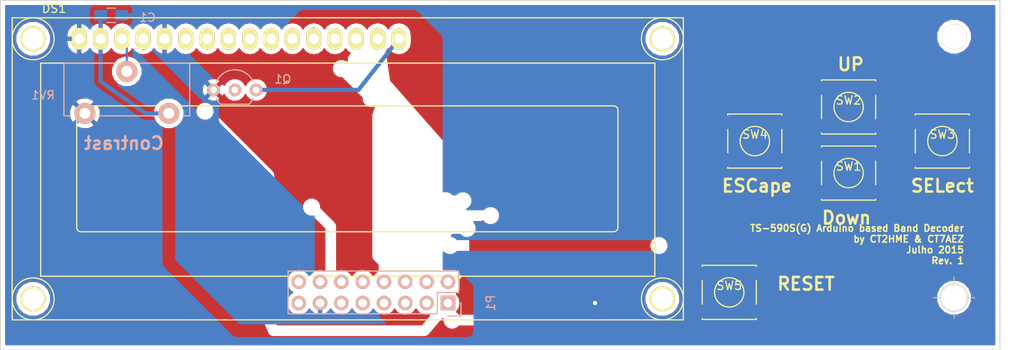
<source format=kicad_pcb>
(kicad_pcb (version 4) (host pcbnew no-vcs-found-product)

  (general
    (links 38)
    (no_connects 15)
    (area 64.719999 50.241999 183.946001 91.998001)
    (thickness 1.6)
    (drawings 31)
    (tracks 32)
    (zones 0)
    (modules 12)
    (nets 17)
  )

  (page A4)
  (title_block
    (title "Arduino NANO TS-590S(G) band decoder joy front panel")
    (date 2015-07-19)
    (rev 1)
    (company "by João Cunha lopes, CT2HME and Pedro Correia, CT7AEZ ")
    (comment 1 "Based on the ground breaking work from Ondrej Kolonicny, OK1CDJ")
    (comment 2 "TS-590S(G) Arduino based Band Decoder")
    (comment 3 "Front panel")
  )

  (layers
    (0 F.Cu signal)
    (31 B.Cu signal)
    (32 B.Adhes user)
    (33 F.Adhes user)
    (34 B.Paste user)
    (35 F.Paste user)
    (36 B.SilkS user)
    (37 F.SilkS user)
    (38 B.Mask user)
    (39 F.Mask user)
    (40 Dwgs.User user hide)
    (41 Cmts.User user)
    (42 Eco1.User user)
    (43 Eco2.User user)
    (44 Edge.Cuts user)
    (45 Margin user)
    (46 B.CrtYd user)
    (47 F.CrtYd user)
    (48 B.Fab user)
    (49 F.Fab user)
  )

  (setup
    (last_trace_width 0.254)
    (trace_clearance 0.254)
    (zone_clearance 0.508)
    (zone_45_only no)
    (trace_min 0.254)
    (segment_width 0.2)
    (edge_width 0.1)
    (via_size 1)
    (via_drill 0.5)
    (via_min_size 1)
    (via_min_drill 0.3)
    (uvia_size 0.3)
    (uvia_drill 0.1)
    (uvias_allowed no)
    (uvia_min_size 0.2)
    (uvia_min_drill 0.1)
    (pcb_text_width 0.3)
    (pcb_text_size 1.5 1.5)
    (mod_edge_width 0.15)
    (mod_text_size 1 1)
    (mod_text_width 0.15)
    (pad_size 1.5 1.5)
    (pad_drill 0.6)
    (pad_to_mask_clearance 0.25)
    (aux_axis_origin 0 0)
    (visible_elements FFFFFF7F)
    (pcbplotparams
      (layerselection 0x030f0_80000001)
      (usegerberextensions true)
      (excludeedgelayer false)
      (linewidth 0.100000)
      (plotframeref true)
      (viasonmask false)
      (mode 1)
      (useauxorigin false)
      (hpglpennumber 1)
      (hpglpenspeed 20)
      (hpglpendiameter 15)
      (hpglpenoverlay 2)
      (psnegative false)
      (psa4output false)
      (plotreference true)
      (plotvalue true)
      (plotinvisibletext false)
      (padsonsilk true)
      (subtractmaskfromsilk true)
      (outputformat 1)
      (mirror false)
      (drillshape 0)
      (scaleselection 1)
      (outputdirectory gerb/))
  )

  (net 0 "")
  (net 1 +5V)
  (net 2 GND)
  (net 3 /VO)
  (net 4 /D12a)
  (net 5 /D11a)
  (net 6 /D5a)
  (net 7 /D4a)
  (net 8 /D3a)
  (net 9 /D2a)
  (net 10 /SW1a)
  (net 11 /SW2a)
  (net 12 /RESETa)
  (net 13 /SW3a)
  (net 14 /SW4a)
  (net 15 "Net-(DS1-Pad16)")
  (net 16 /BCKL)

  (net_class Default "Esta é a classe de net default."
    (clearance 0.254)
    (trace_width 0.254)
    (via_dia 1)
    (via_drill 0.5)
    (uvia_dia 0.3)
    (uvia_drill 0.1)
    (add_net /BCKL)
    (add_net /D11a)
    (add_net /D12a)
    (add_net /D2a)
    (add_net /D3a)
    (add_net /D4a)
    (add_net /D5a)
    (add_net /RESETa)
    (add_net /SW1a)
    (add_net /SW2a)
    (add_net /SW3a)
    (add_net /SW4a)
    (add_net /VO)
    (add_net GND)
  )

  (net_class pwr ""
    (clearance 0.254)
    (trace_width 0.5)
    (via_dia 1)
    (via_drill 0.5)
    (uvia_dia 0.3)
    (uvia_drill 0.1)
    (add_net +5V)
    (add_net "Net-(DS1-Pad16)")
  )

  (module Capacitors_SMD:C_0805_HandSoldering (layer B.Cu) (tedit 552660EE) (tstamp 551D19AC)
    (at 77.978 52.07)
    (descr "Capacitor SMD 0805, hand soldering")
    (tags "capacitor 0805")
    (path /55164623)
    (attr smd)
    (fp_text reference C1 (at 4.318 0.254) (layer B.SilkS)
      (effects (font (size 1 1) (thickness 0.15)) (justify mirror))
    )
    (fp_text value 100n (at 4.826 0) (layer B.Fab)
      (effects (font (size 1 1) (thickness 0.15)) (justify mirror))
    )
    (fp_line (start -2.3 1) (end 2.3 1) (layer B.CrtYd) (width 0.05))
    (fp_line (start -2.3 -1) (end 2.3 -1) (layer B.CrtYd) (width 0.05))
    (fp_line (start -2.3 1) (end -2.3 -1) (layer B.CrtYd) (width 0.05))
    (fp_line (start 2.3 1) (end 2.3 -1) (layer B.CrtYd) (width 0.05))
    (fp_line (start 0.5 0.85) (end -0.5 0.85) (layer B.SilkS) (width 0.15))
    (fp_line (start -0.5 -0.85) (end 0.5 -0.85) (layer B.SilkS) (width 0.15))
    (pad 1 smd rect (at -1.25 0) (size 1.5 1.25) (layers B.Cu B.Paste B.Mask)
      (net 1 +5V))
    (pad 2 smd rect (at 1.25 0) (size 1.5 1.25) (layers B.Cu B.Paste B.Mask)
      (net 2 GND))
    (model Capacitors_SMD.3dshapes/C_0805_HandSoldering.wrl
      (at (xyz 0 0 0))
      (scale (xyz 1 1 1))
      (rotate (xyz 0 0 0))
    )
  )

  (module Display:WC1602A (layer F.Cu) (tedit 0) (tstamp 551D19D8)
    (at 74.168 54.864)
    (descr http://www.kamami.pl/dl/wc1602a0.pdf)
    (tags "LCD 16x2 Alphanumeric 16pin")
    (path /55146653)
    (fp_text reference DS1 (at -2.99974 -3.59918) (layer F.SilkS)
      (effects (font (size 1 1) (thickness 0.15)))
    )
    (fp_text value LCD-016N002L (at 31.99892 15.49908) (layer F.Fab)
      (effects (font (size 1 1) (thickness 0.15)))
    )
    (fp_line (start 0.20066 8.001) (end 63.70066 8.001) (layer F.SilkS) (width 0.15))
    (fp_line (start -0.29972 22.49932) (end -0.29972 8.49884) (layer F.SilkS) (width 0.15))
    (fp_line (start 63.70066 22.9997) (end 0.20066 22.9997) (layer F.SilkS) (width 0.15))
    (fp_line (start 64.20104 8.49884) (end 64.20104 22.49932) (layer F.SilkS) (width 0.15))
    (fp_arc (start 63.70066 8.49884) (end 63.70066 8.001) (angle 90) (layer F.SilkS) (width 0.15))
    (fp_arc (start 63.70066 22.49932) (end 64.20104 22.49932) (angle 90) (layer F.SilkS) (width 0.15))
    (fp_arc (start 0.20066 22.49932) (end 0.20066 22.9997) (angle 90) (layer F.SilkS) (width 0.15))
    (fp_arc (start 0.20066 8.49884) (end -0.29972 8.49884) (angle 90) (layer F.SilkS) (width 0.15))
    (fp_line (start -4.59994 2.90068) (end 68.60032 2.90068) (layer F.SilkS) (width 0.15))
    (fp_line (start 68.60032 2.90068) (end 68.60032 28.30068) (layer F.SilkS) (width 0.15))
    (fp_line (start 68.60032 28.30068) (end -4.59994 28.30068) (layer F.SilkS) (width 0.15))
    (fp_line (start -4.59994 28.30068) (end -4.59994 2.90068) (layer F.SilkS) (width 0.15))
    (fp_circle (center 69.49948 0) (end 71.99884 0) (layer F.SilkS) (width 0.15))
    (fp_circle (center 69.49948 31.0007) (end 71.99884 31.0007) (layer F.SilkS) (width 0.15))
    (fp_circle (center -5.4991 31.0007) (end -8.001 31.0007) (layer F.SilkS) (width 0.15))
    (fp_circle (center -5.4991 0) (end -2.99974 0) (layer F.SilkS) (width 0.15))
    (fp_line (start -8.001 -2.49936) (end 71.99884 -2.49936) (layer F.SilkS) (width 0.15))
    (fp_line (start 71.99884 -2.49936) (end 71.99884 33.50006) (layer F.SilkS) (width 0.15))
    (fp_line (start 71.99884 33.50006) (end -8.001 33.50006) (layer F.SilkS) (width 0.15))
    (fp_line (start -8.001 33.50006) (end -8.001 -2.49936) (layer F.SilkS) (width 0.15))
    (pad 1 thru_hole oval (at 0 0) (size 1.8 2.6) (drill 1.2) (layers *.Cu *.Mask F.SilkS)
      (net 2 GND))
    (pad 2 thru_hole oval (at 2.54 0) (size 1.8 2.6) (drill 1.2) (layers *.Cu *.Mask F.SilkS)
      (net 1 +5V))
    (pad 3 thru_hole oval (at 5.08 0) (size 1.8 2.6) (drill 1.2) (layers *.Cu *.Mask F.SilkS)
      (net 3 /VO))
    (pad 4 thru_hole oval (at 7.62 0) (size 1.8 2.6) (drill 1.2) (layers *.Cu *.Mask F.SilkS)
      (net 4 /D12a))
    (pad 5 thru_hole oval (at 10.16 0) (size 1.8 2.6) (drill 1.2) (layers *.Cu *.Mask F.SilkS)
      (net 2 GND))
    (pad 6 thru_hole oval (at 12.7 0) (size 1.8 2.6) (drill 1.2) (layers *.Cu *.Mask F.SilkS)
      (net 5 /D11a))
    (pad 7 thru_hole oval (at 15.24 0) (size 1.8 2.6) (drill 1.2) (layers *.Cu *.Mask F.SilkS))
    (pad 8 thru_hole oval (at 17.78 0) (size 1.8 2.6) (drill 1.2) (layers *.Cu *.Mask F.SilkS))
    (pad 9 thru_hole oval (at 20.32 0) (size 1.8 2.6) (drill 1.2) (layers *.Cu *.Mask F.SilkS))
    (pad 10 thru_hole oval (at 22.86 0) (size 1.8 2.6) (drill 1.2) (layers *.Cu *.Mask F.SilkS))
    (pad 11 thru_hole oval (at 25.4 0) (size 1.8 2.6) (drill 1.2) (layers *.Cu *.Mask F.SilkS)
      (net 6 /D5a))
    (pad 12 thru_hole oval (at 27.94 0) (size 1.8 2.6) (drill 1.2) (layers *.Cu *.Mask F.SilkS)
      (net 7 /D4a))
    (pad 13 thru_hole oval (at 30.48 0) (size 1.8 2.6) (drill 1.2) (layers *.Cu *.Mask F.SilkS)
      (net 8 /D3a))
    (pad 14 thru_hole oval (at 33.02 0) (size 1.8 2.6) (drill 1.2) (layers *.Cu *.Mask F.SilkS)
      (net 9 /D2a))
    (pad 15 thru_hole oval (at 35.56 0) (size 1.8 2.6) (drill 1.2) (layers *.Cu *.Mask F.SilkS)
      (net 1 +5V))
    (pad 16 thru_hole oval (at 38.1 0) (size 1.8 2.6) (drill 1.2) (layers *.Cu *.Mask F.SilkS)
      (net 15 "Net-(DS1-Pad16)"))
    (pad 0 thru_hole circle (at -5.4991 0) (size 3 3) (drill 2.5) (layers *.Cu *.Mask F.SilkS))
    (pad 0 thru_hole circle (at -5.4991 31.0007) (size 3 3) (drill 2.5) (layers *.Cu *.Mask F.SilkS))
    (pad 0 thru_hole circle (at 69.49948 31.0007) (size 3 3) (drill 2.5) (layers *.Cu *.Mask F.SilkS))
    (pad 0 thru_hole circle (at 69.49948 0) (size 3 3) (drill 2.5) (layers *.Cu *.Mask F.SilkS))
  )

  (module Buttons_Switches_SMD:SW_SPST_PTS645 (layer F.Cu) (tedit 54EA6920) (tstamp 551D1A51)
    (at 165.862 70.866)
    (descr "C&K Components SPST SMD PTS645 Series 6mm Tact Switch")
    (tags "SPST Button Switch")
    (path /55144630)
    (fp_text reference SW1 (at 0 -0.8) (layer F.SilkS)
      (effects (font (size 1 1) (thickness 0.15)))
    )
    (fp_text value DOWN (at 0.05 0.8) (layer F.Fab)
      (effects (font (size 1 1) (thickness 0.15)))
    )
    (fp_circle (center 0 0) (end 1.75 -0.05) (layer F.SilkS) (width 0.15))
    (fp_line (start 5.05 3.4) (end 5.05 -3.4) (layer F.CrtYd) (width 0.05))
    (fp_line (start -5.05 -3.4) (end -5.05 3.4) (layer F.CrtYd) (width 0.05))
    (fp_line (start -5.05 3.4) (end 5.05 3.4) (layer F.CrtYd) (width 0.05))
    (fp_line (start -5.05 -3.4) (end 5.05 -3.4) (layer F.CrtYd) (width 0.05))
    (fp_line (start 3.225 -3.225) (end 3.225 -3.1) (layer F.SilkS) (width 0.15))
    (fp_line (start 3.225 3.225) (end 3.225 3.1) (layer F.SilkS) (width 0.15))
    (fp_line (start -3.225 3.225) (end -3.225 3.1) (layer F.SilkS) (width 0.15))
    (fp_line (start -3.225 -3.1) (end -3.225 -3.225) (layer F.SilkS) (width 0.15))
    (fp_line (start 3.225 -1.4) (end 3.225 1.4) (layer F.SilkS) (width 0.15))
    (fp_line (start -3.225 -3.225) (end 3.225 -3.225) (layer F.SilkS) (width 0.15))
    (fp_line (start -3.225 -1.4) (end -3.225 1.4) (layer F.SilkS) (width 0.15))
    (fp_line (start -3.225 3.225) (end 3.225 3.225) (layer F.SilkS) (width 0.15))
    (pad 2 smd rect (at -3.975 2.25) (size 1.55 1.3) (layers F.Cu F.Paste F.Mask)
      (net 2 GND))
    (pad 1 smd rect (at -3.975 -2.25) (size 1.55 1.3) (layers F.Cu F.Paste F.Mask)
      (net 10 /SW1a))
    (pad 1 smd rect (at 3.975 -2.25) (size 1.55 1.3) (layers F.Cu F.Paste F.Mask)
      (net 10 /SW1a))
    (pad 2 smd rect (at 3.975 2.25) (size 1.55 1.3) (layers F.Cu F.Paste F.Mask)
      (net 2 GND))
  )

  (module Buttons_Switches_SMD:SW_SPST_PTS645 (layer F.Cu) (tedit 54EA6920) (tstamp 551D1A66)
    (at 165.862 62.992)
    (descr "C&K Components SPST SMD PTS645 Series 6mm Tact Switch")
    (tags "SPST Button Switch")
    (path /55144664)
    (fp_text reference SW2 (at 0 -0.8) (layer F.SilkS)
      (effects (font (size 1 1) (thickness 0.15)))
    )
    (fp_text value UP (at 0.05 0.8) (layer F.Fab)
      (effects (font (size 1 1) (thickness 0.15)))
    )
    (fp_circle (center 0 0) (end 1.75 -0.05) (layer F.SilkS) (width 0.15))
    (fp_line (start 5.05 3.4) (end 5.05 -3.4) (layer F.CrtYd) (width 0.05))
    (fp_line (start -5.05 -3.4) (end -5.05 3.4) (layer F.CrtYd) (width 0.05))
    (fp_line (start -5.05 3.4) (end 5.05 3.4) (layer F.CrtYd) (width 0.05))
    (fp_line (start -5.05 -3.4) (end 5.05 -3.4) (layer F.CrtYd) (width 0.05))
    (fp_line (start 3.225 -3.225) (end 3.225 -3.1) (layer F.SilkS) (width 0.15))
    (fp_line (start 3.225 3.225) (end 3.225 3.1) (layer F.SilkS) (width 0.15))
    (fp_line (start -3.225 3.225) (end -3.225 3.1) (layer F.SilkS) (width 0.15))
    (fp_line (start -3.225 -3.1) (end -3.225 -3.225) (layer F.SilkS) (width 0.15))
    (fp_line (start 3.225 -1.4) (end 3.225 1.4) (layer F.SilkS) (width 0.15))
    (fp_line (start -3.225 -3.225) (end 3.225 -3.225) (layer F.SilkS) (width 0.15))
    (fp_line (start -3.225 -1.4) (end -3.225 1.4) (layer F.SilkS) (width 0.15))
    (fp_line (start -3.225 3.225) (end 3.225 3.225) (layer F.SilkS) (width 0.15))
    (pad 2 smd rect (at -3.975 2.25) (size 1.55 1.3) (layers F.Cu F.Paste F.Mask)
      (net 2 GND))
    (pad 1 smd rect (at -3.975 -2.25) (size 1.55 1.3) (layers F.Cu F.Paste F.Mask)
      (net 11 /SW2a))
    (pad 1 smd rect (at 3.975 -2.25) (size 1.55 1.3) (layers F.Cu F.Paste F.Mask)
      (net 11 /SW2a))
    (pad 2 smd rect (at 3.975 2.25) (size 1.55 1.3) (layers F.Cu F.Paste F.Mask)
      (net 2 GND))
  )

  (module Buttons_Switches_SMD:SW_SPST_PTS645 (layer F.Cu) (tedit 54EA6920) (tstamp 551D1A7B)
    (at 177.038 67.056)
    (descr "C&K Components SPST SMD PTS645 Series 6mm Tact Switch")
    (tags "SPST Button Switch")
    (path /551446A5)
    (fp_text reference SW3 (at 0 -0.8) (layer F.SilkS)
      (effects (font (size 1 1) (thickness 0.15)))
    )
    (fp_text value SELECT (at 0.05 0.8) (layer F.Fab)
      (effects (font (size 1 1) (thickness 0.15)))
    )
    (fp_circle (center 0 0) (end 1.75 -0.05) (layer F.SilkS) (width 0.15))
    (fp_line (start 5.05 3.4) (end 5.05 -3.4) (layer F.CrtYd) (width 0.05))
    (fp_line (start -5.05 -3.4) (end -5.05 3.4) (layer F.CrtYd) (width 0.05))
    (fp_line (start -5.05 3.4) (end 5.05 3.4) (layer F.CrtYd) (width 0.05))
    (fp_line (start -5.05 -3.4) (end 5.05 -3.4) (layer F.CrtYd) (width 0.05))
    (fp_line (start 3.225 -3.225) (end 3.225 -3.1) (layer F.SilkS) (width 0.15))
    (fp_line (start 3.225 3.225) (end 3.225 3.1) (layer F.SilkS) (width 0.15))
    (fp_line (start -3.225 3.225) (end -3.225 3.1) (layer F.SilkS) (width 0.15))
    (fp_line (start -3.225 -3.1) (end -3.225 -3.225) (layer F.SilkS) (width 0.15))
    (fp_line (start 3.225 -1.4) (end 3.225 1.4) (layer F.SilkS) (width 0.15))
    (fp_line (start -3.225 -3.225) (end 3.225 -3.225) (layer F.SilkS) (width 0.15))
    (fp_line (start -3.225 -1.4) (end -3.225 1.4) (layer F.SilkS) (width 0.15))
    (fp_line (start -3.225 3.225) (end 3.225 3.225) (layer F.SilkS) (width 0.15))
    (pad 2 smd rect (at -3.975 2.25) (size 1.55 1.3) (layers F.Cu F.Paste F.Mask)
      (net 2 GND))
    (pad 1 smd rect (at -3.975 -2.25) (size 1.55 1.3) (layers F.Cu F.Paste F.Mask)
      (net 13 /SW3a))
    (pad 1 smd rect (at 3.975 -2.25) (size 1.55 1.3) (layers F.Cu F.Paste F.Mask)
      (net 13 /SW3a))
    (pad 2 smd rect (at 3.975 2.25) (size 1.55 1.3) (layers F.Cu F.Paste F.Mask)
      (net 2 GND))
  )

  (module Buttons_Switches_SMD:SW_SPST_PTS645 (layer F.Cu) (tedit 54EA6920) (tstamp 551D1A90)
    (at 154.686 67.056)
    (descr "C&K Components SPST SMD PTS645 Series 6mm Tact Switch")
    (tags "SPST Button Switch")
    (path /551446DB)
    (fp_text reference SW4 (at 0 -0.8) (layer F.SilkS)
      (effects (font (size 1 1) (thickness 0.15)))
    )
    (fp_text value ESC (at 0.05 0.8) (layer F.Fab)
      (effects (font (size 1 1) (thickness 0.15)))
    )
    (fp_circle (center 0 0) (end 1.75 -0.05) (layer F.SilkS) (width 0.15))
    (fp_line (start 5.05 3.4) (end 5.05 -3.4) (layer F.CrtYd) (width 0.05))
    (fp_line (start -5.05 -3.4) (end -5.05 3.4) (layer F.CrtYd) (width 0.05))
    (fp_line (start -5.05 3.4) (end 5.05 3.4) (layer F.CrtYd) (width 0.05))
    (fp_line (start -5.05 -3.4) (end 5.05 -3.4) (layer F.CrtYd) (width 0.05))
    (fp_line (start 3.225 -3.225) (end 3.225 -3.1) (layer F.SilkS) (width 0.15))
    (fp_line (start 3.225 3.225) (end 3.225 3.1) (layer F.SilkS) (width 0.15))
    (fp_line (start -3.225 3.225) (end -3.225 3.1) (layer F.SilkS) (width 0.15))
    (fp_line (start -3.225 -3.1) (end -3.225 -3.225) (layer F.SilkS) (width 0.15))
    (fp_line (start 3.225 -1.4) (end 3.225 1.4) (layer F.SilkS) (width 0.15))
    (fp_line (start -3.225 -3.225) (end 3.225 -3.225) (layer F.SilkS) (width 0.15))
    (fp_line (start -3.225 -1.4) (end -3.225 1.4) (layer F.SilkS) (width 0.15))
    (fp_line (start -3.225 3.225) (end 3.225 3.225) (layer F.SilkS) (width 0.15))
    (pad 2 smd rect (at -3.975 2.25) (size 1.55 1.3) (layers F.Cu F.Paste F.Mask)
      (net 2 GND))
    (pad 1 smd rect (at -3.975 -2.25) (size 1.55 1.3) (layers F.Cu F.Paste F.Mask)
      (net 14 /SW4a))
    (pad 1 smd rect (at 3.975 -2.25) (size 1.55 1.3) (layers F.Cu F.Paste F.Mask)
      (net 14 /SW4a))
    (pad 2 smd rect (at 3.975 2.25) (size 1.55 1.3) (layers F.Cu F.Paste F.Mask)
      (net 2 GND))
  )

  (module Buttons_Switches_SMD:SW_SPST_PTS645 (layer F.Cu) (tedit 54EA6920) (tstamp 551D1AA5)
    (at 151.638 85.09)
    (descr "C&K Components SPST SMD PTS645 Series 6mm Tact Switch")
    (tags "SPST Button Switch")
    (path /5514D4D3)
    (fp_text reference SW5 (at 0 -0.8) (layer F.SilkS)
      (effects (font (size 1 1) (thickness 0.15)))
    )
    (fp_text value RESET (at 0.05 0.8) (layer F.Fab)
      (effects (font (size 1 1) (thickness 0.15)))
    )
    (fp_circle (center 0 0) (end 1.75 -0.05) (layer F.SilkS) (width 0.15))
    (fp_line (start 5.05 3.4) (end 5.05 -3.4) (layer F.CrtYd) (width 0.05))
    (fp_line (start -5.05 -3.4) (end -5.05 3.4) (layer F.CrtYd) (width 0.05))
    (fp_line (start -5.05 3.4) (end 5.05 3.4) (layer F.CrtYd) (width 0.05))
    (fp_line (start -5.05 -3.4) (end 5.05 -3.4) (layer F.CrtYd) (width 0.05))
    (fp_line (start 3.225 -3.225) (end 3.225 -3.1) (layer F.SilkS) (width 0.15))
    (fp_line (start 3.225 3.225) (end 3.225 3.1) (layer F.SilkS) (width 0.15))
    (fp_line (start -3.225 3.225) (end -3.225 3.1) (layer F.SilkS) (width 0.15))
    (fp_line (start -3.225 -3.1) (end -3.225 -3.225) (layer F.SilkS) (width 0.15))
    (fp_line (start 3.225 -1.4) (end 3.225 1.4) (layer F.SilkS) (width 0.15))
    (fp_line (start -3.225 -3.225) (end 3.225 -3.225) (layer F.SilkS) (width 0.15))
    (fp_line (start -3.225 -1.4) (end -3.225 1.4) (layer F.SilkS) (width 0.15))
    (fp_line (start -3.225 3.225) (end 3.225 3.225) (layer F.SilkS) (width 0.15))
    (pad 2 smd rect (at -3.975 2.25) (size 1.55 1.3) (layers F.Cu F.Paste F.Mask)
      (net 2 GND))
    (pad 1 smd rect (at -3.975 -2.25) (size 1.55 1.3) (layers F.Cu F.Paste F.Mask)
      (net 12 /RESETa))
    (pad 1 smd rect (at 3.975 -2.25) (size 1.55 1.3) (layers F.Cu F.Paste F.Mask)
      (net 12 /RESETa))
    (pad 2 smd rect (at 3.975 2.25) (size 1.55 1.3) (layers F.Cu F.Paste F.Mask)
      (net 2 GND))
  )

  (module Potentiometers:Potentiometer_Trimmer-Piher-PT15-h5_vertical (layer B.Cu) (tedit 552540E2) (tstamp 551D1C0D)
    (at 84.836 63.754 180)
    (descr "Potentiometer, Trimmer, Piher, PT15, Type h5, vertical, Rev A, 02 Aug 2010,")
    (tags "Potentiometer, Trimmer, Piher, PT15, Type h5, vertical, Rev A, 02 Aug 2010,")
    (path /55147563)
    (fp_text reference RV1 (at 14.986 2.159 180) (layer B.SilkS)
      (effects (font (size 1 1) (thickness 0.15)) (justify mirror))
    )
    (fp_text value 10K (at 5.08 -1.524 180) (layer B.Fab)
      (effects (font (size 1 1) (thickness 0.15)) (justify mirror))
    )
    (fp_line (start 1.7018 -0.29972) (end 8.30072 -0.29972) (layer B.SilkS) (width 0.15))
    (fp_line (start 11.75004 -0.29972) (end 12.50188 -0.29972) (layer B.SilkS) (width 0.15))
    (fp_line (start 12.50188 -0.29972) (end 12.50188 5.99948) (layer B.SilkS) (width 0.15))
    (fp_line (start -2.49936 5.99948) (end -2.49936 -0.29972) (layer B.SilkS) (width 0.15))
    (fp_line (start -2.49936 -0.29972) (end -1.74752 -0.29972) (layer B.SilkS) (width 0.15))
    (fp_line (start 3.50012 5.99948) (end -2.49936 5.99948) (layer B.SilkS) (width 0.15))
    (fp_line (start 12.50188 5.99948) (end 6.5024 5.99948) (layer B.SilkS) (width 0.15))
    (pad 2 thru_hole circle (at 5.00126 4.99872 180) (size 2.49936 2.49936) (drill 1.30048) (layers *.Cu *.Mask B.SilkS)
      (net 3 /VO))
    (pad 3 thru_hole circle (at 10.00252 0 180) (size 2.49936 2.49936) (drill 1.30048) (layers *.Cu *.Mask B.SilkS)
      (net 2 GND))
    (pad 1 thru_hole circle (at 0 0 180) (size 2.49936 2.49936) (drill 1.30048) (layers *.Cu *.Mask B.SilkS)
      (net 1 +5V))
  )

  (module Housings_TO-92:TO-92_Inline_Wide (layer B.Cu) (tedit 552540D9) (tstamp 551E7C14)
    (at 95.25 60.96 180)
    (descr "TO-92 leads in-line, wide, drill 0.8mm (see NXP sot054_po.pdf)")
    (tags "to-92 sc-43 sc-43a sot54 PA33 transistor")
    (path /551E7456)
    (fp_text reference Q1 (at -3.175 1.27 360) (layer B.SilkS)
      (effects (font (size 1 1) (thickness 0.15)) (justify mirror))
    )
    (fp_text value BS170 (at 0 -3 180) (layer B.Fab)
      (effects (font (size 1 1) (thickness 0.15)) (justify mirror))
    )
    (fp_arc (start 2.54 0) (end 0.84 -1.7) (angle -20.5) (layer B.SilkS) (width 0.15))
    (fp_arc (start 2.54 0) (end 4.24 -1.7) (angle 20.5) (layer B.SilkS) (width 0.15))
    (fp_line (start -1 -1.95) (end -1 2.65) (layer B.CrtYd) (width 0.05))
    (fp_line (start -1 -1.95) (end 6.1 -1.95) (layer B.CrtYd) (width 0.05))
    (fp_line (start 0.84 -1.7) (end 4.24 -1.7) (layer B.SilkS) (width 0.15))
    (fp_arc (start 2.54 0) (end 2.54 2.4) (angle 65.55604127) (layer B.SilkS) (width 0.15))
    (fp_arc (start 2.54 0) (end 2.54 2.4) (angle -65.55604127) (layer B.SilkS) (width 0.15))
    (fp_line (start -1 2.65) (end 6.1 2.65) (layer B.CrtYd) (width 0.05))
    (fp_line (start 6.1 -1.95) (end 6.1 2.65) (layer B.CrtYd) (width 0.05))
    (pad 2 thru_hole circle (at 2.54 0 90) (size 1.524 1.524) (drill 0.8) (layers *.Cu *.Mask B.SilkS)
      (net 16 /BCKL))
    (pad 3 thru_hole circle (at 5.08 0 90) (size 1.524 1.524) (drill 0.8) (layers *.Cu *.Mask B.SilkS)
      (net 2 GND))
    (pad 1 thru_hole circle (at 0 0 90) (size 1.524 1.524) (drill 0.8) (layers *.Cu *.Mask B.SilkS)
      (net 15 "Net-(DS1-Pad16)"))
    (model Housings_TO-92.3dshapes/TO-92_Inline_Wide.wrl
      (at (xyz 0.1 0 0))
      (scale (xyz 1 1 1))
      (rotate (xyz 0 0 -90))
    )
  )

  (module Mounting_Holes:MountingHole_3mm (layer F.Cu) (tedit 5523C932) (tstamp 5523C74E)
    (at 178.435 54.61)
    (descr "Mounting hole, Befestigungsbohrung, 3mm, No Annular, Kein Restring,")
    (tags "Mounting hole, Befestigungsbohrung, 3mm, No Annular, Kein Restring,")
    (fp_text reference REF** (at 0 -4.0005) (layer F.SilkS) hide
      (effects (font (size 1 1) (thickness 0.15)))
    )
    (fp_text value MountingHole_3mm (at 1.00076 5.00126) (layer F.Fab)
      (effects (font (size 1 1) (thickness 0.15)))
    )
    (fp_circle (center 0 0) (end 3 0) (layer Cmts.User) (width 0.381))
    (pad 1 thru_hole circle (at 0 0) (size 3 3) (drill 3) (layers))
  )

  (module Mounting_Holes:MountingHole_3mm (layer F.Cu) (tedit 5523C926) (tstamp 5523C785)
    (at 178.435 85.725)
    (descr "Mounting hole, Befestigungsbohrung, 3mm, No Annular, Kein Restring,")
    (tags "Mounting hole, Befestigungsbohrung, 3mm, No Annular, Kein Restring,")
    (fp_text reference REF** (at 0 -4.0005) (layer F.SilkS) hide
      (effects (font (size 1 1) (thickness 0.15)))
    )
    (fp_text value MountingHole_3mm (at 1.00076 5.00126) (layer F.Fab)
      (effects (font (size 1 1) (thickness 0.15)))
    )
    (fp_circle (center 0 0) (end 3 0) (layer Cmts.User) (width 0.381))
    (pad 1 thru_hole circle (at 0 0) (size 3 3) (drill 3) (layers))
  )

  (module Pin_Headers:Pin_Header_Straight_2x08 (layer B.Cu) (tedit 0) (tstamp 55AB9840)
    (at 118.11 86.36 90)
    (descr "Through hole pin header")
    (tags "pin header")
    (path /551D4FD1)
    (fp_text reference P1 (at 0 5.1 90) (layer B.SilkS)
      (effects (font (size 1 1) (thickness 0.15)) (justify mirror))
    )
    (fp_text value CONN_02X08 (at 0 3.1 90) (layer B.Fab)
      (effects (font (size 1 1) (thickness 0.15)) (justify mirror))
    )
    (fp_line (start -1.75 1.75) (end -1.75 -19.55) (layer B.CrtYd) (width 0.05))
    (fp_line (start 4.3 1.75) (end 4.3 -19.55) (layer B.CrtYd) (width 0.05))
    (fp_line (start -1.75 1.75) (end 4.3 1.75) (layer B.CrtYd) (width 0.05))
    (fp_line (start -1.75 -19.55) (end 4.3 -19.55) (layer B.CrtYd) (width 0.05))
    (fp_line (start 3.81 -19.05) (end 3.81 1.27) (layer B.SilkS) (width 0.15))
    (fp_line (start -1.27 -1.27) (end -1.27 -19.05) (layer B.SilkS) (width 0.15))
    (fp_line (start 3.81 -19.05) (end -1.27 -19.05) (layer B.SilkS) (width 0.15))
    (fp_line (start 3.81 1.27) (end 1.27 1.27) (layer B.SilkS) (width 0.15))
    (fp_line (start 0 1.55) (end -1.55 1.55) (layer B.SilkS) (width 0.15))
    (fp_line (start 1.27 1.27) (end 1.27 -1.27) (layer B.SilkS) (width 0.15))
    (fp_line (start 1.27 -1.27) (end -1.27 -1.27) (layer B.SilkS) (width 0.15))
    (fp_line (start -1.55 1.55) (end -1.55 0) (layer B.SilkS) (width 0.15))
    (pad 1 thru_hole rect (at 0 0 90) (size 1.7272 1.7272) (drill 1.016) (layers *.Cu *.Mask B.SilkS)
      (net 1 +5V))
    (pad 2 thru_hole oval (at 2.54 0 90) (size 1.7272 1.7272) (drill 1.016) (layers *.Cu *.Mask B.SilkS)
      (net 4 /D12a))
    (pad 3 thru_hole oval (at 0 -2.54 90) (size 1.7272 1.7272) (drill 1.016) (layers *.Cu *.Mask B.SilkS)
      (net 5 /D11a))
    (pad 4 thru_hole oval (at 2.54 -2.54 90) (size 1.7272 1.7272) (drill 1.016) (layers *.Cu *.Mask B.SilkS)
      (net 6 /D5a))
    (pad 5 thru_hole oval (at 0 -5.08 90) (size 1.7272 1.7272) (drill 1.016) (layers *.Cu *.Mask B.SilkS)
      (net 7 /D4a))
    (pad 6 thru_hole oval (at 2.54 -5.08 90) (size 1.7272 1.7272) (drill 1.016) (layers *.Cu *.Mask B.SilkS)
      (net 8 /D3a))
    (pad 7 thru_hole oval (at 0 -7.62 90) (size 1.7272 1.7272) (drill 1.016) (layers *.Cu *.Mask B.SilkS)
      (net 9 /D2a))
    (pad 8 thru_hole oval (at 2.54 -7.62 90) (size 1.7272 1.7272) (drill 1.016) (layers *.Cu *.Mask B.SilkS)
      (net 10 /SW1a))
    (pad 9 thru_hole oval (at 0 -10.16 90) (size 1.7272 1.7272) (drill 1.016) (layers *.Cu *.Mask B.SilkS)
      (net 11 /SW2a))
    (pad 10 thru_hole oval (at 2.54 -10.16 90) (size 1.7272 1.7272) (drill 1.016) (layers *.Cu *.Mask B.SilkS)
      (net 12 /RESETa))
    (pad 11 thru_hole oval (at 0 -12.7 90) (size 1.7272 1.7272) (drill 1.016) (layers *.Cu *.Mask B.SilkS)
      (net 13 /SW3a))
    (pad 12 thru_hole oval (at 2.54 -12.7 90) (size 1.7272 1.7272) (drill 1.016) (layers *.Cu *.Mask B.SilkS)
      (net 14 /SW4a))
    (pad 13 thru_hole oval (at 0 -15.24 90) (size 1.7272 1.7272) (drill 1.016) (layers *.Cu *.Mask B.SilkS)
      (net 16 /BCKL))
    (pad 14 thru_hole oval (at 2.54 -15.24 90) (size 1.7272 1.7272) (drill 1.016) (layers *.Cu *.Mask B.SilkS)
      (net 2 GND))
    (pad 15 thru_hole oval (at 0 -17.78 90) (size 1.7272 1.7272) (drill 1.016) (layers *.Cu *.Mask B.SilkS))
    (pad 16 thru_hole oval (at 2.54 -17.78 90) (size 1.7272 1.7272) (drill 1.016) (layers *.Cu *.Mask B.SilkS))
    (model Pin_Headers.3dshapes/Pin_Header_Straight_2x08.wrl
      (at (xyz 0.05 -0.35 0))
      (scale (xyz 1 1 1))
      (rotate (xyz 0 0 90))
    )
  )

  (dimension 119.126 (width 0.3) (layer Dwgs.User)
    (gr_text 119,126mm (at 124.333 93.298) (layer Dwgs.User)
      (effects (font (size 1.5 1.5) (thickness 0.3)))
    )
    (feature1 (pts (xy 183.896 91.948) (xy 183.896 94.648)))
    (feature2 (pts (xy 64.77 91.948) (xy 64.77 94.648)))
    (crossbar (pts (xy 64.77 91.948) (xy 183.896 91.948)))
    (arrow1a (pts (xy 183.896 91.948) (xy 182.769496 92.534421)))
    (arrow1b (pts (xy 183.896 91.948) (xy 182.769496 91.361579)))
    (arrow2a (pts (xy 64.77 91.948) (xy 65.896504 92.534421)))
    (arrow2b (pts (xy 64.77 91.948) (xy 65.896504 91.361579)))
  )
  (dimension 41.656 (width 0.3) (layer Dwgs.User)
    (gr_text 41,656mm (at 185.246 71.12 270) (layer Dwgs.User)
      (effects (font (size 1.5 1.5) (thickness 0.3)))
    )
    (feature1 (pts (xy 183.896 91.948) (xy 186.596 91.948)))
    (feature2 (pts (xy 183.896 50.292) (xy 186.596 50.292)))
    (crossbar (pts (xy 183.896 50.292) (xy 183.896 91.948)))
    (arrow1a (pts (xy 183.896 91.948) (xy 183.309579 90.821496)))
    (arrow1b (pts (xy 183.896 91.948) (xy 184.482421 90.821496)))
    (arrow2a (pts (xy 183.896 50.292) (xy 183.309579 51.418504)))
    (arrow2b (pts (xy 183.896 50.292) (xy 184.482421 51.418504)))
  )
  (dimension 6.858 (width 0.3) (layer Dwgs.User)
    (gr_text 6,858mm (at 180.721 65.452) (layer Dwgs.User)
      (effects (font (size 1.5 1.5) (thickness 0.3)))
    )
    (feature1 (pts (xy 184.15 67.056) (xy 184.15 64.102)))
    (feature2 (pts (xy 177.292 67.056) (xy 177.292 64.102)))
    (crossbar (pts (xy 177.292 66.802) (xy 184.15 66.802)))
    (arrow1a (pts (xy 184.15 66.802) (xy 183.023496 67.388421)))
    (arrow1b (pts (xy 184.15 66.802) (xy 183.023496 66.215579)))
    (arrow2a (pts (xy 177.292 66.802) (xy 178.418504 67.388421)))
    (arrow2b (pts (xy 177.292 66.802) (xy 178.418504 66.215579)))
  )
  (dimension 22.606 (width 0.3) (layer Dwgs.User)
    (gr_text 22,606mm (at 165.989 68.914) (layer Dwgs.User)
      (effects (font (size 1.5 1.5) (thickness 0.3)))
    )
    (feature1 (pts (xy 177.292 67.056) (xy 177.292 70.264)))
    (feature2 (pts (xy 154.686 67.056) (xy 154.686 70.264)))
    (crossbar (pts (xy 154.686 67.564) (xy 177.292 67.564)))
    (arrow1a (pts (xy 177.292 67.564) (xy 176.165496 68.150421)))
    (arrow1b (pts (xy 177.292 67.564) (xy 176.165496 66.977579)))
    (arrow2a (pts (xy 154.686 67.564) (xy 155.812504 68.150421)))
    (arrow2b (pts (xy 154.686 67.564) (xy 155.812504 66.977579)))
  )
  (dimension 7.874 (width 0.3) (layer Dwgs.User)
    (gr_text 7,874mm (at 167.212 66.929 270) (layer Dwgs.User)
      (effects (font (size 1.5 1.5) (thickness 0.3)))
    )
    (feature1 (pts (xy 165.862 70.866) (xy 168.562 70.866)))
    (feature2 (pts (xy 165.862 62.992) (xy 168.562 62.992)))
    (crossbar (pts (xy 165.862 62.992) (xy 165.862 70.866)))
    (arrow1a (pts (xy 165.862 70.866) (xy 165.275579 69.739496)))
    (arrow1b (pts (xy 165.862 70.866) (xy 166.448421 69.739496)))
    (arrow2a (pts (xy 165.862 62.992) (xy 165.275579 64.118504)))
    (arrow2b (pts (xy 165.862 62.992) (xy 166.448421 64.118504)))
  )
  (dimension 32.259 (width 0.3) (layer Dwgs.User)
    (gr_text 32,259mm (at 167.783597 87.070911 0.4511385468) (layer Dwgs.User)
      (effects (font (size 1.5 1.5) (thickness 0.3)))
    )
    (feature1 (pts (xy 183.896 84.836) (xy 183.923227 88.293869)))
    (feature2 (pts (xy 151.638 85.09) (xy 151.665227 88.547869)))
    (crossbar (pts (xy 151.643968 85.847953) (xy 183.901968 85.593953)))
    (arrow1a (pts (xy 183.901968 85.593953) (xy 182.780117 86.189225)))
    (arrow1b (pts (xy 183.901968 85.593953) (xy 182.770882 85.01642)))
    (arrow2a (pts (xy 151.643968 85.847953) (xy 152.775054 86.425486)))
    (arrow2b (pts (xy 151.643968 85.847953) (xy 152.765819 85.252681)))
  )
  (dimension 6.858 (width 0.3) (layer Dwgs.User)
    (gr_text 6,858mm (at 149.78 88.519 270) (layer Dwgs.User)
      (effects (font (size 1.5 1.5) (thickness 0.3)))
    )
    (feature1 (pts (xy 151.638 91.948) (xy 148.43 91.948)))
    (feature2 (pts (xy 151.638 85.09) (xy 148.43 85.09)))
    (crossbar (pts (xy 151.13 85.09) (xy 151.13 91.948)))
    (arrow1a (pts (xy 151.13 91.948) (xy 150.543579 90.821496)))
    (arrow1b (pts (xy 151.13 91.948) (xy 151.716421 90.821496)))
    (arrow2a (pts (xy 151.13 85.09) (xy 150.543579 86.216504)))
    (arrow2b (pts (xy 151.13 85.09) (xy 151.716421 86.216504)))
  )
  (dimension 74.93 (width 0.3) (layer Dwgs.User)
    (gr_text 74,930mm (at 106.045 53.514) (layer Dwgs.User)
      (effects (font (size 1.5 1.5) (thickness 0.3)))
    )
    (feature1 (pts (xy 68.58 54.864) (xy 68.58 52.164)))
    (feature2 (pts (xy 143.51 54.864) (xy 143.51 52.164)))
    (crossbar (pts (xy 143.51 54.864) (xy 68.58 54.864)))
    (arrow1a (pts (xy 68.58 54.864) (xy 69.706504 54.277579)))
    (arrow1b (pts (xy 68.58 54.864) (xy 69.706504 55.450421)))
    (arrow2a (pts (xy 143.51 54.864) (xy 142.383496 54.277579)))
    (arrow2b (pts (xy 143.51 54.864) (xy 142.383496 55.450421)))
  )
  (dimension 34.798927 (width 0.3) (layer Dwgs.User)
    (gr_text 34,799mm (at 160.89916 53.388889 0.4182099415) (layer Dwgs.User)
      (effects (font (size 1.5 1.5) (thickness 0.3)))
    )
    (feature1 (pts (xy 143.51 54.864) (xy 143.490306 52.165925)))
    (feature2 (pts (xy 178.308 54.61) (xy 178.288306 51.911925)))
    (crossbar (pts (xy 178.308014 54.611853) (xy 143.510014 54.865853)))
    (arrow1a (pts (xy 143.510014 54.865853) (xy 144.632207 54.271225)))
    (arrow1b (pts (xy 143.510014 54.865853) (xy 144.640768 55.444036)))
    (arrow2a (pts (xy 178.308014 54.611853) (xy 177.17726 54.03367)))
    (arrow2b (pts (xy 178.308014 54.611853) (xy 177.185821 55.206481)))
  )
  (dimension 5.588 (width 0.3) (layer Dwgs.User)
    (gr_text 5,588mm (at 181.102 52.752) (layer Dwgs.User)
      (effects (font (size 1.5 1.5) (thickness 0.3)))
    )
    (feature1 (pts (xy 178.308 54.61) (xy 178.308 51.402)))
    (feature2 (pts (xy 183.896 54.61) (xy 183.896 51.402)))
    (crossbar (pts (xy 183.896 54.102) (xy 178.308 54.102)))
    (arrow1a (pts (xy 178.308 54.102) (xy 179.434504 53.515579)))
    (arrow1b (pts (xy 178.308 54.102) (xy 179.434504 54.688421)))
    (arrow2a (pts (xy 183.896 54.102) (xy 182.769496 53.515579)))
    (arrow2b (pts (xy 183.896 54.102) (xy 182.769496 54.688421)))
  )
  (dimension 4.572 (width 0.3) (layer Dwgs.User)
    (gr_text 4,572mm (at 67.23 52.578 90) (layer Dwgs.User)
      (effects (font (size 1.5 1.5) (thickness 0.3)))
    )
    (feature1 (pts (xy 68.58 50.292) (xy 65.88 50.292)))
    (feature2 (pts (xy 68.58 54.864) (xy 65.88 54.864)))
    (crossbar (pts (xy 68.58 54.864) (xy 68.58 50.292)))
    (arrow1a (pts (xy 68.58 50.292) (xy 69.166421 51.418504)))
    (arrow1b (pts (xy 68.58 50.292) (xy 67.993579 51.418504)))
    (arrow2a (pts (xy 68.58 54.864) (xy 69.166421 53.737496)))
    (arrow2b (pts (xy 68.58 54.864) (xy 67.993579 53.737496)))
  )
  (dimension 31.242 (width 0.3) (layer Dwgs.User)
    (gr_text 31,242mm (at 67.23 70.485 90) (layer Dwgs.User)
      (effects (font (size 1.5 1.5) (thickness 0.3)))
    )
    (feature1 (pts (xy 68.58 54.864) (xy 65.88 54.864)))
    (feature2 (pts (xy 68.58 86.106) (xy 65.88 86.106)))
    (crossbar (pts (xy 68.58 86.106) (xy 68.58 54.864)))
    (arrow1a (pts (xy 68.58 54.864) (xy 69.166421 55.990504)))
    (arrow1b (pts (xy 68.58 54.864) (xy 67.993579 55.990504)))
    (arrow2a (pts (xy 68.58 86.106) (xy 69.166421 84.979496)))
    (arrow2b (pts (xy 68.58 86.106) (xy 67.993579 84.979496)))
  )
  (dimension 5.842 (width 0.3) (layer Dwgs.User)
    (gr_text 5,842mm (at 69.93 89.027 90) (layer Dwgs.User)
      (effects (font (size 1.5 1.5) (thickness 0.3)))
    )
    (feature1 (pts (xy 68.58 86.106) (xy 71.28 86.106)))
    (feature2 (pts (xy 68.58 91.948) (xy 71.28 91.948)))
    (crossbar (pts (xy 68.58 91.948) (xy 68.58 86.106)))
    (arrow1a (pts (xy 68.58 86.106) (xy 69.166421 87.232504)))
    (arrow1b (pts (xy 68.58 86.106) (xy 67.993579 87.232504)))
    (arrow2a (pts (xy 68.58 91.948) (xy 69.166421 90.821496)))
    (arrow2b (pts (xy 68.58 91.948) (xy 67.993579 90.821496)))
  )
  (dimension 3.81 (width 0.3) (layer Dwgs.User)
    (gr_text 3,810mm (at 66.675 87.202) (layer Dwgs.User)
      (effects (font (size 1.5 1.5) (thickness 0.3)))
    )
    (feature1 (pts (xy 64.77 85.852) (xy 64.77 88.552)))
    (feature2 (pts (xy 68.58 85.852) (xy 68.58 88.552)))
    (crossbar (pts (xy 68.58 85.852) (xy 64.77 85.852)))
    (arrow1a (pts (xy 64.77 85.852) (xy 65.896504 85.265579)))
    (arrow1b (pts (xy 64.77 85.852) (xy 65.896504 86.438421)))
    (arrow2a (pts (xy 68.58 85.852) (xy 67.453496 85.265579)))
    (arrow2b (pts (xy 68.58 85.852) (xy 67.453496 86.438421)))
  )
  (dimension 65.786 (width 0.3) (layer Dwgs.User)
    (gr_text 65,786mm (at 151.003 83.82) (layer Dwgs.User)
      (effects (font (size 1.5 1.5) (thickness 0.3)))
    )
    (feature1 (pts (xy 183.896 83.82) (xy 183.896 83.82)))
    (feature2 (pts (xy 118.11 83.82) (xy 118.11 83.82)))
    (crossbar (pts (xy 118.11 83.82) (xy 183.896 83.82)))
    (arrow1a (pts (xy 183.896 83.82) (xy 182.769496 84.406421)))
    (arrow1b (pts (xy 183.896 83.82) (xy 182.769496 83.233579)))
    (arrow2a (pts (xy 118.11 83.82) (xy 119.236504 84.406421)))
    (arrow2b (pts (xy 118.11 83.82) (xy 119.236504 83.233579)))
  )
  (dimension 8.128 (width 0.3) (layer Dwgs.User)
    (gr_text 8,128mm (at 118.11 87.884 270) (layer Dwgs.User)
      (effects (font (size 1.5 1.5) (thickness 0.3)))
    )
    (feature1 (pts (xy 118.11 91.948) (xy 118.11 91.948)))
    (feature2 (pts (xy 118.11 83.82) (xy 118.11 83.82)))
    (crossbar (pts (xy 118.11 83.82) (xy 118.11 91.948)))
    (arrow1a (pts (xy 118.11 91.948) (xy 117.523579 90.821496)))
    (arrow1b (pts (xy 118.11 91.948) (xy 118.696421 90.821496)))
    (arrow2a (pts (xy 118.11 83.82) (xy 117.523579 84.946504)))
    (arrow2b (pts (xy 118.11 83.82) (xy 118.696421 84.946504)))
  )
  (gr_text RESET (at 160.782 84.074) (layer F.SilkS)
    (effects (font (size 1.5 1.5) (thickness 0.3)))
  )
  (gr_text UP (at 166.116 57.912) (layer F.SilkS)
    (effects (font (size 1.5 1.5) (thickness 0.3)))
  )
  (gr_text SELect (at 177.038 72.39) (layer F.SilkS)
    (effects (font (size 1.5 1.5) (thickness 0.3)))
  )
  (gr_text Down (at 165.608 76.2) (layer F.SilkS)
    (effects (font (size 1.5 1.5) (thickness 0.3)))
  )
  (gr_text ESCape (at 154.94 72.39) (layer F.SilkS)
    (effects (font (size 1.5 1.5) (thickness 0.3)))
  )
  (gr_line (start 141.605 54.61) (end 182.245 54.61) (angle 90) (layer Dwgs.User) (width 0.2))
  (gr_line (start 178.435 88.265) (end 178.435 51.435) (angle 90) (layer Dwgs.User) (width 0.2))
  (gr_line (start 182.245 85.725) (end 138.43 85.725) (angle 90) (layer Dwgs.User) (width 0.2))
  (target plus (at 178.435 85.725) (size 5) (width 0.1) (layer Edge.Cuts))
  (gr_text "TS-590S(G) Arduino based Band Decoder\nby CT2HME & CT7AEZ\nJulho 2015\nRev. 1" (at 179.705 79.375) (layer F.SilkS)
    (effects (font (size 0.8 0.8) (thickness 0.175)) (justify right))
  )
  (gr_text Contrast (at 79.502 67.31) (layer B.SilkS)
    (effects (font (size 1.5 1.5) (thickness 0.3)) (justify mirror))
  )
  (gr_line (start 64.77 91.948) (end 64.77 50.292) (angle 90) (layer Edge.Cuts) (width 0.1))
  (gr_line (start 183.896 91.948) (end 64.77 91.948) (angle 90) (layer Edge.Cuts) (width 0.1))
  (gr_line (start 183.896 50.292) (end 183.896 91.948) (angle 90) (layer Edge.Cuts) (width 0.1))
  (gr_line (start 64.77 50.292) (end 183.896 50.292) (angle 90) (layer Edge.Cuts) (width 0.1))

  (segment (start 76.708 54.864) (end 76.708 52.09) (width 0.5) (layer B.Cu) (net 1))
  (segment (start 76.708 52.09) (end 76.728 52.07) (width 0.5) (layer B.Cu) (net 1) (tstamp 55266063))
  (segment (start 84.836 63.754) (end 82.042 63.754) (width 0.5) (layer B.Cu) (net 1) (status 10))
  (segment (start 76.708 59.944) (end 76.708 54.864) (width 0.5) (layer B.Cu) (net 1) (tstamp 5522A6C5) (status 20))
  (segment (start 82.042 63.754) (end 76.708 59.944) (width 0.5) (layer B.Cu) (net 1) (tstamp 5522A6C0))
  (segment (start 79.268 52.07) (end 79.268 52.304) (width 0.254) (layer B.Cu) (net 2) (status 30))
  (segment (start 155.613 87.34) (end 147.663 87.34) (width 0.254) (layer F.Cu) (net 2) (status 30))
  (segment (start 90.17 60.96) (end 90.17 60.706) (width 0.254) (layer B.Cu) (net 2) (status 30))
  (segment (start 74.83348 55.52948) (end 74.168 54.864) (width 0.254) (layer B.Cu) (net 2) (tstamp 5522A6B6) (status 30))
  (segment (start 146.304 88.9) (end 138.176 88.9) (width 0.254) (layer F.Cu) (net 2) (tstamp 5522B473))
  (segment (start 138.176 88.9) (end 135.636 86.36) (width 0.254) (layer F.Cu) (net 2) (tstamp 5522B477))
  (via (at 135.636 86.36) (size 1) (layers F.Cu B.Cu) (net 2))
  (segment (start 147.663 87.541) (end 146.304 88.9) (width 0.254) (layer F.Cu) (net 2) (tstamp 5522B46D))
  (segment (start 147.663 87.34) (end 147.663 87.541) (width 0.254) (layer F.Cu) (net 2))
  (segment (start 79.83474 58.75528) (end 79.83474 55.45074) (width 0.254) (layer B.Cu) (net 3) (status 30))
  (segment (start 79.83474 55.45074) (end 79.248 54.864) (width 0.254) (layer B.Cu) (net 3) (tstamp 5522A69C) (status 30))
  (segment (start 81.788 54.864) (end 81.788 56.134) (width 0.254) (layer B.Cu) (net 4) (status 30))
  (segment (start 86.868 54.864) (end 86.868 55.372) (width 0.254) (layer B.Cu) (net 5) (status 30))
  (segment (start 115.57 86.106) (end 115.57 86.36) (width 0.254) (layer B.Cu) (net 5) (tstamp 5522A90A) (status 30))
  (segment (start 102.108 54.864) (end 102.108 53.594) (width 0.254) (layer B.Cu) (net 7) (status 30))
  (segment (start 110.49 86.36) (end 110.49 86.614) (width 0.254) (layer B.Cu) (net 9) (status 30))
  (segment (start 161.887 68.616) (end 169.837 68.616) (width 0.254) (layer F.Cu) (net 10))
  (segment (start 161.887 60.742) (end 169.837 60.742) (width 0.254) (layer F.Cu) (net 11))
  (segment (start 107.95 86.36) (end 107.95 86.106) (width 0.254) (layer B.Cu) (net 11))
  (segment (start 155.613 82.84) (end 147.663 82.84) (width 0.254) (layer F.Cu) (net 12) (status 30))
  (segment (start 173.063 64.806) (end 181.013 64.806) (width 0.254) (layer F.Cu) (net 13))
  (segment (start 173.063 65.443) (end 173.063 64.806) (width 0.254) (layer F.Cu) (net 13) (tstamp 5523C3C2))
  (segment (start 105.41 86.36) (end 105.41 86.106) (width 0.254) (layer B.Cu) (net 13))
  (segment (start 150.965 64.806) (end 158.915 64.806) (width 0.254) (layer F.Cu) (net 14))
  (segment (start 95.25 60.96) (end 107.442 60.96) (width 0.5) (layer B.Cu) (net 15) (status 10))
  (segment (start 107.442 60.96) (end 112.268 54.864) (width 0.5) (layer B.Cu) (net 15) (tstamp 5522A6AE) (status 20))
  (segment (start 92.71 60.96) (end 92.964 60.96) (width 0.254) (layer B.Cu) (net 16) (status 30))

  (zone (net 2) (net_name GND) (layer B.Cu) (tstamp 5523C640) (hatch edge 0.508)
    (connect_pads (clearance 0.508))
    (min_thickness 0.254)
    (fill yes (arc_segments 16) (thermal_gap 0.508) (thermal_bridge_width 0.508))
    (polygon
      (pts
        (xy 183.388 91.44) (xy 65.278 91.44) (xy 65.278 50.8) (xy 183.388 50.8)
      )
    )
    (filled_polygon
      (pts
        (xy 75.523073 50.984327) (xy 75.380623 51.19536) (xy 75.33056 51.445) (xy 75.33056 52.695) (xy 75.377537 52.937123)
        (xy 75.517327 53.149927) (xy 75.711707 53.281136) (xy 75.622591 53.340682) (xy 75.431808 53.62621) (xy 75.163606 53.288788)
        (xy 74.638086 52.997244) (xy 74.53274 52.972964) (xy 74.295 53.093622) (xy 74.295 54.737) (xy 74.315 54.737)
        (xy 74.315 54.991) (xy 74.295 54.991) (xy 74.295 56.634378) (xy 74.53274 56.755036) (xy 74.638086 56.730756)
        (xy 75.163606 56.439212) (xy 75.431808 56.10179) (xy 75.622591 56.387318) (xy 75.823 56.521227) (xy 75.823 59.944)
        (xy 75.837333 60.016057) (xy 75.835041 60.089493) (xy 75.870699 60.183797) (xy 75.890367 60.282675) (xy 75.931185 60.343763)
        (xy 75.957169 60.412484) (xy 76.026196 60.485959) (xy 76.08221 60.56979) (xy 76.143301 60.610609) (xy 76.193604 60.664154)
        (xy 81.527604 64.474154) (xy 81.619497 64.515621) (xy 81.703325 64.571633) (xy 81.775385 64.585967) (xy 81.842352 64.616186)
        (xy 81.943119 64.619331) (xy 82.042 64.639) (xy 83.162448 64.639) (xy 83.237314 64.820191) (xy 83.767021 65.350822)
        (xy 83.951 65.427217) (xy 83.951 81.533995) (xy 83.950999 81.534) (xy 83.969049 81.62474) (xy 84.018367 81.872675)
        (xy 84.170263 82.100004) (xy 84.21021 82.15979) (xy 92.338208 90.287787) (xy 92.33821 90.28779) (xy 92.625325 90.479633)
        (xy 92.681516 90.49081) (xy 92.964 90.547001) (xy 92.964005 90.547) (xy 120.396 90.547) (xy 120.734675 90.479633)
        (xy 121.02179 90.28779) (xy 121.213633 90.000675) (xy 121.281 89.662) (xy 121.281 86.287515) (xy 141.53211 86.287515)
        (xy 141.85646 87.0725) (xy 142.456521 87.673609) (xy 143.240939 87.999328) (xy 144.090295 88.00007) (xy 144.87528 87.67572)
        (xy 145.476389 87.075659) (xy 145.802108 86.291241) (xy 145.802233 86.147815) (xy 176.29963 86.147815) (xy 176.62398 86.9328)
        (xy 177.224041 87.533909) (xy 178.008459 87.859628) (xy 178.857815 87.86037) (xy 179.6428 87.53602) (xy 180.243909 86.935959)
        (xy 180.569628 86.151541) (xy 180.57037 85.302185) (xy 180.24602 84.5172) (xy 179.645959 83.916091) (xy 178.861541 83.590372)
        (xy 178.012185 83.58963) (xy 177.2272 83.91398) (xy 176.626091 84.514041) (xy 176.300372 85.298459) (xy 176.29963 86.147815)
        (xy 145.802233 86.147815) (xy 145.80285 85.441885) (xy 145.4785 84.6569) (xy 144.878439 84.055791) (xy 144.094021 83.730072)
        (xy 143.244665 83.72933) (xy 142.45968 84.05368) (xy 141.858571 84.653741) (xy 141.532852 85.438159) (xy 141.53211 86.287515)
        (xy 121.281 86.287515) (xy 121.281 84.582005) (xy 121.281001 84.582) (xy 121.213633 84.243326) (xy 121.213633 84.243325)
        (xy 121.02179 83.95621) (xy 121.021787 83.956208) (xy 120.25979 83.19421) (xy 120.112216 83.095605) (xy 119.972675 83.002367)
        (xy 119.916484 82.99119) (xy 119.634 82.934999) (xy 119.633995 82.935) (xy 119.616888 82.935) (xy 119.574063 82.714277)
        (xy 119.434273 82.501473) (xy 119.22324 82.359023) (xy 118.9736 82.30896) (xy 117.602 82.30896) (xy 117.602 80.345204)
        (xy 117.720235 80.463645) (xy 118.137244 80.636803) (xy 118.588775 80.637197) (xy 119.006086 80.464767) (xy 119.207204 80.264)
        (xy 142.412938 80.264) (xy 142.612235 80.463645) (xy 143.029244 80.636803) (xy 143.480775 80.637197) (xy 143.898086 80.464767)
        (xy 144.217645 80.145765) (xy 144.390803 79.728756) (xy 144.391197 79.277225) (xy 144.218767 78.859914) (xy 143.899765 78.540355)
        (xy 143.482756 78.367197) (xy 143.031225 78.366803) (xy 142.613914 78.539233) (xy 142.412796 78.74) (xy 119.207062 78.74)
        (xy 119.007765 78.540355) (xy 118.590756 78.367197) (xy 118.563794 78.367173) (xy 118.699204 78.232) (xy 119.552938 78.232)
        (xy 119.752235 78.431645) (xy 120.169244 78.604803) (xy 120.620775 78.605197) (xy 121.038086 78.432767) (xy 121.357645 78.113765)
        (xy 121.530803 77.696756) (xy 121.531197 77.245225) (xy 121.358767 76.827914) (xy 121.239062 76.708) (xy 122.346938 76.708)
        (xy 122.546235 76.907645) (xy 122.963244 77.080803) (xy 123.414775 77.081197) (xy 123.832086 76.908767) (xy 124.151645 76.589765)
        (xy 124.324803 76.172756) (xy 124.325197 75.721225) (xy 124.152767 75.303914) (xy 123.833765 74.984355) (xy 123.416756 74.811197)
        (xy 122.965225 74.810803) (xy 122.547914 74.983233) (xy 122.346796 75.184) (xy 120.401253 75.184) (xy 120.530086 75.130767)
        (xy 120.849645 74.811765) (xy 121.022803 74.394756) (xy 121.023197 73.943225) (xy 120.850767 73.525914) (xy 120.531765 73.206355)
        (xy 120.114756 73.033197) (xy 119.663225 73.032803) (xy 119.245914 73.205233) (xy 119.044796 73.406) (xy 118.699062 73.406)
        (xy 118.499765 73.206355) (xy 118.082756 73.033197) (xy 117.631225 73.032803) (xy 117.602 73.044879) (xy 117.602 55.286815)
        (xy 141.53211 55.286815) (xy 141.85646 56.0718) (xy 142.456521 56.672909) (xy 143.240939 56.998628) (xy 144.090295 56.99937)
        (xy 144.87528 56.67502) (xy 145.476389 56.074959) (xy 145.802108 55.290541) (xy 145.802333 55.032815) (xy 176.29963 55.032815)
        (xy 176.62398 55.8178) (xy 177.224041 56.418909) (xy 178.008459 56.744628) (xy 178.857815 56.74537) (xy 179.6428 56.42102)
        (xy 180.243909 55.820959) (xy 180.569628 55.036541) (xy 180.57037 54.187185) (xy 180.24602 53.4022) (xy 179.645959 52.801091)
        (xy 178.861541 52.475372) (xy 178.012185 52.47463) (xy 177.2272 52.79898) (xy 176.626091 53.399041) (xy 176.300372 54.183459)
        (xy 176.29963 55.032815) (xy 145.802333 55.032815) (xy 145.80285 54.441185) (xy 145.4785 53.6562) (xy 144.878439 53.055091)
        (xy 144.094021 52.729372) (xy 143.244665 52.72863) (xy 142.45968 53.05298) (xy 141.858571 53.653041) (xy 141.532852 54.437459)
        (xy 141.53211 55.286815) (xy 117.602 55.286815) (xy 117.602 54.864) (xy 117.543996 54.572395) (xy 117.456324 54.441185)
        (xy 117.378816 54.325185) (xy 114.584815 51.531185) (xy 114.45583 51.445) (xy 114.337605 51.366004) (xy 114.046 51.308)
        (xy 100.838 51.308) (xy 100.546395 51.366004) (xy 100.299184 51.531185) (xy 99.029185 52.801185) (xy 98.864004 53.048395)
        (xy 98.855416 53.091568) (xy 98.482591 53.340682) (xy 98.298 53.616942) (xy 98.113409 53.340682) (xy 97.615419 53.007936)
        (xy 97.028 52.891091) (xy 96.440581 53.007936) (xy 95.942591 53.340682) (xy 95.758 53.616942) (xy 95.573409 53.340682)
        (xy 95.075419 53.007936) (xy 94.488 52.891091) (xy 93.900581 53.007936) (xy 93.402591 53.340682) (xy 93.218 53.616942)
        (xy 93.033409 53.340682) (xy 92.535419 53.007936) (xy 91.948 52.891091) (xy 91.360581 53.007936) (xy 90.862591 53.340682)
        (xy 90.678 53.616942) (xy 90.493409 53.340682) (xy 89.995419 53.007936) (xy 89.408 52.891091) (xy 88.820581 53.007936)
        (xy 88.322591 53.340682) (xy 88.138 53.616942) (xy 87.953409 53.340682) (xy 87.455419 53.007936) (xy 86.868 52.891091)
        (xy 86.280581 53.007936) (xy 85.782591 53.340682) (xy 85.591808 53.62621) (xy 85.323606 53.288788) (xy 84.798086 52.997244)
        (xy 84.69274 52.972964) (xy 84.455 53.093622) (xy 84.455 54.737) (xy 84.475 54.737) (xy 84.475 54.991)
        (xy 84.455 54.991) (xy 84.455 56.634378) (xy 84.69274 56.755036) (xy 84.798086 56.730756) (xy 85.323606 56.439212)
        (xy 85.591808 56.10179) (xy 85.782591 56.387318) (xy 86.280581 56.720064) (xy 86.868 56.836909) (xy 87.191025 56.772655)
        (xy 89.988695 59.570326) (xy 89.822632 59.578638) (xy 89.438857 59.737603) (xy 89.369392 59.979787) (xy 90.17 60.780395)
        (xy 90.184143 60.766253) (xy 90.363748 60.945858) (xy 90.349605 60.96) (xy 90.363748 60.974143) (xy 90.184143 61.153748)
        (xy 90.17 61.139605) (xy 89.369392 61.940213) (xy 89.438857 62.182397) (xy 89.962302 62.369144) (xy 90.517368 62.341362)
        (xy 90.678 62.274826) (xy 90.678 64.516) (xy 90.736004 64.807605) (xy 90.744414 64.820191) (xy 90.901185 65.054815)
        (xy 100.719049 74.872679) (xy 100.718803 75.154775) (xy 100.891233 75.572086) (xy 101.210235 75.891645) (xy 101.627244 76.064803)
        (xy 102.078775 76.065197) (xy 102.108 76.053121) (xy 102.108 82.532074) (xy 101.81033 82.730971) (xy 101.6 83.045752)
        (xy 101.38967 82.730971) (xy 100.903489 82.406115) (xy 100.33 82.292041) (xy 99.756511 82.406115) (xy 99.27033 82.730971)
        (xy 98.945474 83.217152) (xy 98.8314 83.790641) (xy 98.8314 83.849359) (xy 98.945474 84.422848) (xy 99.27033 84.909029)
        (xy 99.541172 85.09) (xy 99.27033 85.270971) (xy 98.945474 85.757152) (xy 98.8314 86.330641) (xy 98.8314 86.389359)
        (xy 98.945474 86.962848) (xy 99.27033 87.449029) (xy 99.756511 87.773885) (xy 100.33 87.887959) (xy 100.903489 87.773885)
        (xy 101.38967 87.449029) (xy 101.605664 87.125772) (xy 101.663179 87.24849) (xy 102.095053 87.642688) (xy 102.510974 87.814958)
        (xy 102.743 87.693817) (xy 102.743 86.487) (xy 102.723 86.487) (xy 102.723 86.233) (xy 102.743 86.233)
        (xy 102.743 86.213) (xy 102.997 86.213) (xy 102.997 86.233) (xy 103.017 86.233) (xy 103.017 86.487)
        (xy 102.997 86.487) (xy 102.997 87.693817) (xy 103.229026 87.814958) (xy 103.644947 87.642688) (xy 104.076821 87.24849)
        (xy 104.134336 87.125772) (xy 104.35033 87.449029) (xy 104.836511 87.773885) (xy 105.41 87.887959) (xy 105.983489 87.773885)
        (xy 106.46967 87.449029) (xy 106.68 87.134248) (xy 106.89033 87.449029) (xy 107.376511 87.773885) (xy 107.95 87.887959)
        (xy 108.523489 87.773885) (xy 109.00967 87.449029) (xy 109.22 87.134248) (xy 109.43033 87.449029) (xy 109.732112 87.650674)
        (xy 109.786004 87.921605) (xy 109.837937 87.999328) (xy 109.951185 88.168815) (xy 110.559369 88.777) (xy 93.330579 88.777)
        (xy 85.721 81.16742) (xy 85.721 65.427552) (xy 85.902191 65.352686) (xy 86.432822 64.822979) (xy 86.720352 64.130531)
        (xy 86.721006 63.380759) (xy 86.434686 62.687809) (xy 85.904979 62.157178) (xy 85.212531 61.869648) (xy 84.462759 61.868994)
        (xy 83.769809 62.155314) (xy 83.239178 62.685021) (xy 83.162783 62.869) (xy 82.325612 62.869) (xy 78.85221 60.387999)
        (xy 79.458209 60.639632) (xy 80.207981 60.640286) (xy 80.900931 60.353966) (xy 81.431562 59.824259) (xy 81.719092 59.131811)
        (xy 81.719746 58.382039) (xy 81.433426 57.689089) (xy 80.903719 57.158458) (xy 80.59674 57.030989) (xy 80.59674 56.228901)
        (xy 80.702591 56.387318) (xy 81.200581 56.720064) (xy 81.320235 56.743865) (xy 88.019049 63.442679) (xy 88.018803 63.724775)
        (xy 88.191233 64.142086) (xy 88.510235 64.461645) (xy 88.927244 64.634803) (xy 89.378775 64.635197) (xy 89.796086 64.462767)
        (xy 90.115645 64.143765) (xy 90.288803 63.726756) (xy 90.289197 63.275225) (xy 90.116767 62.857914) (xy 89.797765 62.538355)
        (xy 89.380756 62.365197) (xy 89.096579 62.364949) (xy 87.483932 60.752302) (xy 88.760856 60.752302) (xy 88.788638 61.307368)
        (xy 88.947603 61.691143) (xy 89.189787 61.760608) (xy 89.990395 60.96) (xy 89.189787 60.159392) (xy 88.947603 60.228857)
        (xy 88.760856 60.752302) (xy 87.483932 60.752302) (xy 82.971758 56.240128) (xy 83.064192 56.10179) (xy 83.332394 56.439212)
        (xy 83.857914 56.730756) (xy 83.96326 56.755036) (xy 84.201 56.634378) (xy 84.201 54.991) (xy 84.181 54.991)
        (xy 84.181 54.737) (xy 84.201 54.737) (xy 84.201 53.093622) (xy 83.96326 52.972964) (xy 83.857914 52.997244)
        (xy 83.332394 53.288788) (xy 83.064192 53.62621) (xy 82.873409 53.340682) (xy 82.375419 53.007936) (xy 81.788 52.891091)
        (xy 81.200581 53.007936) (xy 80.702591 53.340682) (xy 80.518 53.616942) (xy 80.333409 53.340682) (xy 80.235867 53.275507)
        (xy 80.337698 53.233327) (xy 80.516327 53.054699) (xy 80.613 52.82131) (xy 80.613 52.35575) (xy 80.45425 52.197)
        (xy 79.355 52.197) (xy 79.355 52.217) (xy 79.101 52.217) (xy 79.101 52.197) (xy 79.081 52.197)
        (xy 79.081 51.943) (xy 79.101 51.943) (xy 79.101 51.923) (xy 79.355 51.923) (xy 79.355 51.943)
        (xy 80.45425 51.943) (xy 80.613 51.78425) (xy 80.613 51.31869) (xy 80.516327 51.085301) (xy 80.408025 50.977)
        (xy 183.211 50.977) (xy 183.211 91.263) (xy 65.455 91.263) (xy 65.455 86.287515) (xy 66.53353 86.287515)
        (xy 66.85788 87.0725) (xy 67.457941 87.673609) (xy 68.242359 87.999328) (xy 69.091715 88.00007) (xy 69.8767 87.67572)
        (xy 70.477809 87.075659) (xy 70.803528 86.291241) (xy 70.80427 85.441885) (xy 70.47992 84.6569) (xy 69.879859 84.055791)
        (xy 69.095441 83.730072) (xy 68.246085 83.72933) (xy 67.4611 84.05368) (xy 66.859991 84.653741) (xy 66.534272 85.438159)
        (xy 66.53353 86.287515) (xy 65.455 86.287515) (xy 65.455 65.087089) (xy 73.679997 65.087089) (xy 73.809205 65.379859)
        (xy 74.509363 65.648071) (xy 75.258864 65.627928) (xy 75.857755 65.379859) (xy 75.986963 65.087089) (xy 74.83348 63.933605)
        (xy 73.679997 65.087089) (xy 65.455 65.087089) (xy 65.455 63.429883) (xy 72.939409 63.429883) (xy 72.959552 64.179384)
        (xy 73.207621 64.778275) (xy 73.500391 64.907483) (xy 74.653875 63.754) (xy 75.013085 63.754) (xy 76.166569 64.907483)
        (xy 76.459339 64.778275) (xy 76.727551 64.078117) (xy 76.707408 63.328616) (xy 76.459339 62.729725) (xy 76.166569 62.600517)
        (xy 75.013085 63.754) (xy 74.653875 63.754) (xy 74.653875 63.754) (xy 73.500391 62.600517) (xy 73.207621 62.729725)
        (xy 72.939409 63.429883) (xy 65.455 63.429883) (xy 65.455 62.420911) (xy 73.679997 62.420911) (xy 74.83348 63.574395)
        (xy 75.986963 62.420911) (xy 75.857755 62.128141) (xy 75.157597 61.859929) (xy 74.408096 61.880072) (xy 73.809205 62.128141)
        (xy 73.679997 62.420911) (xy 65.455 62.420911) (xy 65.455 55.286815) (xy 66.53353 55.286815) (xy 66.85788 56.0718)
        (xy 67.457941 56.672909) (xy 68.242359 56.998628) (xy 69.091715 56.99937) (xy 69.8767 56.67502) (xy 70.477809 56.074959)
        (xy 70.803528 55.290541) (xy 70.803789 54.991) (xy 72.633 54.991) (xy 72.633 55.391) (xy 72.798446 55.968752)
        (xy 73.172394 56.439212) (xy 73.697914 56.730756) (xy 73.80326 56.755036) (xy 74.041 56.634378) (xy 74.041 54.991)
        (xy 72.633 54.991) (xy 70.803789 54.991) (xy 70.80427 54.441185) (xy 70.761222 54.337) (xy 72.633 54.337)
        (xy 72.633 54.737) (xy 74.041 54.737) (xy 74.041 53.093622) (xy 73.80326 52.972964) (xy 73.697914 52.997244)
        (xy 73.172394 53.288788) (xy 72.798446 53.759248) (xy 72.633 54.337) (xy 70.761222 54.337) (xy 70.47992 53.6562)
        (xy 69.879859 53.055091) (xy 69.095441 52.729372) (xy 68.246085 52.72863) (xy 67.4611 53.05298) (xy 66.859991 53.653041)
        (xy 66.534272 54.437459) (xy 66.53353 55.286815) (xy 65.455 55.286815) (xy 65.455 50.977) (xy 75.534227 50.977)
        (xy 75.523073 50.984327)
      )
    )
  )
  (zone (net 2) (net_name GND) (layer F.Cu) (tstamp 5523C67B) (hatch edge 0.508)
    (connect_pads (clearance 0.508))
    (min_thickness 0.254)
    (fill yes (arc_segments 16) (thermal_gap 0.508) (thermal_bridge_width 0.508))
    (polygon
      (pts
        (xy 183.388 91.44) (xy 65.278 91.44) (xy 65.278 50.8) (xy 183.388 50.8)
      )
    )
    (filled_polygon
      (pts
        (xy 183.211 91.263) (xy 65.455 91.263) (xy 65.455 86.287515) (xy 66.53353 86.287515) (xy 66.85788 87.0725)
        (xy 67.457941 87.673609) (xy 68.242359 87.999328) (xy 69.091715 88.00007) (xy 69.8767 87.67572) (xy 70.477809 87.075659)
        (xy 70.803528 86.291241) (xy 70.80427 85.441885) (xy 70.47992 84.6569) (xy 69.879859 84.055791) (xy 69.095441 83.730072)
        (xy 68.246085 83.72933) (xy 67.4611 84.05368) (xy 66.859991 84.653741) (xy 66.534272 85.438159) (xy 66.53353 86.287515)
        (xy 65.455 86.287515) (xy 65.455 65.087089) (xy 73.679997 65.087089) (xy 73.809205 65.379859) (xy 74.509363 65.648071)
        (xy 75.258864 65.627928) (xy 75.857755 65.379859) (xy 75.986963 65.087089) (xy 74.83348 63.933605) (xy 73.679997 65.087089)
        (xy 65.455 65.087089) (xy 65.455 63.429883) (xy 72.939409 63.429883) (xy 72.959552 64.179384) (xy 73.207621 64.778275)
        (xy 73.500391 64.907483) (xy 74.653875 63.754) (xy 75.013085 63.754) (xy 76.166569 64.907483) (xy 76.459339 64.778275)
        (xy 76.708732 64.127241) (xy 82.950994 64.127241) (xy 83.237314 64.820191) (xy 83.767021 65.350822) (xy 84.459469 65.638352)
        (xy 85.209241 65.639006) (xy 85.902191 65.352686) (xy 86.432822 64.822979) (xy 86.720352 64.130531) (xy 86.721006 63.380759)
        (xy 86.434686 62.687809) (xy 85.904979 62.157178) (xy 85.382471 61.940213) (xy 89.369392 61.940213) (xy 89.438857 62.182397)
        (xy 89.962302 62.369144) (xy 90.517368 62.341362) (xy 90.901143 62.182397) (xy 90.970608 61.940213) (xy 90.17 61.139605)
        (xy 89.369392 61.940213) (xy 85.382471 61.940213) (xy 85.212531 61.869648) (xy 84.462759 61.868994) (xy 83.769809 62.155314)
        (xy 83.239178 62.685021) (xy 82.951648 63.377469) (xy 82.950994 64.127241) (xy 76.708732 64.127241) (xy 76.727551 64.078117)
        (xy 76.707408 63.328616) (xy 76.459339 62.729725) (xy 76.166569 62.600517) (xy 75.013085 63.754) (xy 74.653875 63.754)
        (xy 74.653875 63.754) (xy 73.500391 62.600517) (xy 73.207621 62.729725) (xy 72.939409 63.429883) (xy 65.455 63.429883)
        (xy 65.455 62.420911) (xy 73.679997 62.420911) (xy 74.83348 63.574395) (xy 75.986963 62.420911) (xy 75.857755 62.128141)
        (xy 75.157597 61.859929) (xy 74.408096 61.880072) (xy 73.809205 62.128141) (xy 73.679997 62.420911) (xy 65.455 62.420911)
        (xy 65.455 60.752302) (xy 88.760856 60.752302) (xy 88.788638 61.307368) (xy 88.947603 61.691143) (xy 89.189787 61.760608)
        (xy 89.990395 60.96) (xy 90.349605 60.96) (xy 91.150213 61.760608) (xy 91.392397 61.691143) (xy 91.442509 61.550682)
        (xy 91.52499 61.750303) (xy 91.91763 62.143629) (xy 92.4309 62.356757) (xy 92.986661 62.357242) (xy 93.500303 62.14501)
        (xy 93.893629 61.75237) (xy 93.979949 61.544488) (xy 94.06499 61.750303) (xy 94.45763 62.143629) (xy 94.9709 62.356757)
        (xy 95.526661 62.357242) (xy 96.040303 62.14501) (xy 96.433629 61.75237) (xy 96.646757 61.2391) (xy 96.647242 60.683339)
        (xy 96.43501 60.169697) (xy 96.04237 59.776371) (xy 95.5291 59.563243) (xy 94.973339 59.562758) (xy 94.459697 59.77499)
        (xy 94.066371 60.16763) (xy 93.980051 60.375512) (xy 93.89501 60.169697) (xy 93.50237 59.776371) (xy 92.9891 59.563243)
        (xy 92.433339 59.562758) (xy 91.919697 59.77499) (xy 91.526371 60.16763) (xy 91.446605 60.359727) (xy 91.392397 60.228857)
        (xy 91.150213 60.159392) (xy 90.349605 60.96) (xy 89.990395 60.96) (xy 89.990395 60.96) (xy 89.189787 60.159392)
        (xy 88.947603 60.228857) (xy 88.760856 60.752302) (xy 65.455 60.752302) (xy 65.455 59.128521) (xy 77.949734 59.128521)
        (xy 78.236054 59.821471) (xy 78.765761 60.352102) (xy 79.458209 60.639632) (xy 80.207981 60.640286) (xy 80.900931 60.353966)
        (xy 81.275762 59.979787) (xy 89.369392 59.979787) (xy 90.17 60.780395) (xy 90.970608 59.979787) (xy 90.901143 59.737603)
        (xy 90.377698 59.550856) (xy 89.822632 59.578638) (xy 89.438857 59.737603) (xy 89.369392 59.979787) (xy 81.275762 59.979787)
        (xy 81.431562 59.824259) (xy 81.719092 59.131811) (xy 81.719746 58.382039) (xy 81.433426 57.689089) (xy 80.903719 57.158458)
        (xy 80.211271 56.870928) (xy 79.461499 56.870274) (xy 78.768549 57.156594) (xy 78.237918 57.686301) (xy 77.950388 58.378749)
        (xy 77.949734 59.128521) (xy 65.455 59.128521) (xy 65.455 55.286815) (xy 66.53353 55.286815) (xy 66.85788 56.0718)
        (xy 67.457941 56.672909) (xy 68.242359 56.998628) (xy 69.091715 56.99937) (xy 69.8767 56.67502) (xy 70.477809 56.074959)
        (xy 70.803528 55.290541) (xy 70.803789 54.991) (xy 72.633 54.991) (xy 72.633 55.391) (xy 72.798446 55.968752)
        (xy 73.172394 56.439212) (xy 73.697914 56.730756) (xy 73.80326 56.755036) (xy 74.041 56.634378) (xy 74.041 54.991)
        (xy 72.633 54.991) (xy 70.803789 54.991) (xy 70.80427 54.441185) (xy 70.761222 54.337) (xy 72.633 54.337)
        (xy 72.633 54.737) (xy 74.041 54.737) (xy 74.041 53.093622) (xy 74.295 53.093622) (xy 74.295 54.737)
        (xy 74.315 54.737) (xy 74.315 54.991) (xy 74.295 54.991) (xy 74.295 56.634378) (xy 74.53274 56.755036)
        (xy 74.638086 56.730756) (xy 75.163606 56.439212) (xy 75.431808 56.10179) (xy 75.622591 56.387318) (xy 76.120581 56.720064)
        (xy 76.708 56.836909) (xy 77.295419 56.720064) (xy 77.793409 56.387318) (xy 77.978 56.111058) (xy 78.162591 56.387318)
        (xy 78.660581 56.720064) (xy 79.248 56.836909) (xy 79.835419 56.720064) (xy 80.333409 56.387318) (xy 80.518 56.111058)
        (xy 80.702591 56.387318) (xy 81.200581 56.720064) (xy 81.788 56.836909) (xy 82.375419 56.720064) (xy 82.873409 56.387318)
        (xy 83.064192 56.10179) (xy 83.332394 56.439212) (xy 83.857914 56.730756) (xy 83.96326 56.755036) (xy 84.201 56.634378)
        (xy 84.201 54.991) (xy 84.181 54.991) (xy 84.181 54.737) (xy 84.201 54.737) (xy 84.201 53.093622)
        (xy 84.455 53.093622) (xy 84.455 54.737) (xy 84.475 54.737) (xy 84.475 54.991) (xy 84.455 54.991)
        (xy 84.455 56.634378) (xy 84.69274 56.755036) (xy 84.798086 56.730756) (xy 85.323606 56.439212) (xy 85.591808 56.10179)
        (xy 85.782591 56.387318) (xy 86.280581 56.720064) (xy 86.868 56.836909) (xy 87.455419 56.720064) (xy 87.953409 56.387318)
        (xy 88.138 56.111058) (xy 88.322591 56.387318) (xy 88.820581 56.720064) (xy 89.408 56.836909) (xy 89.995419 56.720064)
        (xy 90.493409 56.387318) (xy 90.678 56.111058) (xy 90.862591 56.387318) (xy 91.360581 56.720064) (xy 91.948 56.836909)
        (xy 92.535419 56.720064) (xy 93.033409 56.387318) (xy 93.218 56.111058) (xy 93.402591 56.387318) (xy 93.900581 56.720064)
        (xy 94.488 56.836909) (xy 95.075419 56.720064) (xy 95.573409 56.387318) (xy 95.758 56.111058) (xy 95.942591 56.387318)
        (xy 96.440581 56.720064) (xy 97.028 56.836909) (xy 97.615419 56.720064) (xy 98.113409 56.387318) (xy 98.298 56.111058)
        (xy 98.482591 56.387318) (xy 98.980581 56.720064) (xy 99.568 56.836909) (xy 100.155419 56.720064) (xy 100.653409 56.387318)
        (xy 100.838 56.111058) (xy 101.022591 56.387318) (xy 101.520581 56.720064) (xy 102.108 56.836909) (xy 102.695419 56.720064)
        (xy 103.193409 56.387318) (xy 103.378 56.111058) (xy 103.562591 56.387318) (xy 104.060581 56.720064) (xy 104.648 56.836909)
        (xy 105.235419 56.720064) (xy 105.733409 56.387318) (xy 105.918 56.111058) (xy 106.102591 56.387318) (xy 106.400512 56.586382)
        (xy 106.226355 56.760235) (xy 106.053197 57.177244) (xy 106.052952 57.458017) (xy 105.636756 57.285197) (xy 105.185225 57.284803)
        (xy 104.767914 57.457233) (xy 104.448355 57.776235) (xy 104.275197 58.193244) (xy 104.274803 58.644775) (xy 104.447233 59.062086)
        (xy 104.766235 59.381645) (xy 105.183244 59.554803) (xy 105.467421 59.555051) (xy 107.831049 61.91868) (xy 107.830803 62.200775)
        (xy 108.003233 62.618086) (xy 108.322235 62.937645) (xy 108.739244 63.110803) (xy 109.190775 63.111197) (xy 109.261433 63.082002)
        (xy 109.014517 63.740444) (xy 108.992529 63.874631) (xy 108.966 64.008) (xy 108.966 80.772) (xy 109.024004 81.063605)
        (xy 109.131422 81.224367) (xy 109.189185 81.310815) (xy 109.728 81.849631) (xy 109.728 82.532074) (xy 109.43033 82.730971)
        (xy 109.22 83.045752) (xy 109.00967 82.730971) (xy 108.523489 82.406115) (xy 107.95 82.292041) (xy 107.376511 82.406115)
        (xy 106.89033 82.730971) (xy 106.68 83.045752) (xy 106.46967 82.730971) (xy 105.983489 82.406115) (xy 105.41 82.292041)
        (xy 104.902 82.393088) (xy 104.902 77.216) (xy 104.843996 76.924395) (xy 104.779529 76.827914) (xy 104.678815 76.677184)
        (xy 102.988951 74.987321) (xy 102.989197 74.705225) (xy 102.816767 74.287914) (xy 102.497765 73.968355) (xy 102.080756 73.795197)
        (xy 101.629225 73.794803) (xy 101.211914 73.967233) (xy 100.892355 74.286235) (xy 100.719197 74.703244) (xy 100.718803 75.154775)
        (xy 100.891233 75.572086) (xy 101.210235 75.891645) (xy 101.627244 76.064803) (xy 101.911421 76.065051) (xy 103.378 77.531631)
        (xy 103.378 82.393088) (xy 102.87 82.292041) (xy 102.296511 82.406115) (xy 101.81033 82.730971) (xy 101.6 83.045752)
        (xy 101.38967 82.730971) (xy 100.903489 82.406115) (xy 100.33 82.292041) (xy 99.756511 82.406115) (xy 99.27033 82.730971)
        (xy 98.945474 83.217152) (xy 98.8314 83.790641) (xy 98.8314 83.849359) (xy 98.945474 84.422848) (xy 99.27033 84.909029)
        (xy 99.541172 85.09) (xy 99.27033 85.270971) (xy 98.945474 85.757152) (xy 98.8314 86.330641) (xy 98.8314 86.389359)
        (xy 98.945474 86.962848) (xy 99.27033 87.449029) (xy 99.756511 87.773885) (xy 100.33 87.887959) (xy 100.903489 87.773885)
        (xy 101.38967 87.449029) (xy 101.605664 87.125772) (xy 101.663179 87.24849) (xy 102.095053 87.642688) (xy 102.510974 87.814958)
        (xy 102.743 87.693817) (xy 102.743 86.487) (xy 102.723 86.487) (xy 102.723 86.233) (xy 102.743 86.233)
        (xy 102.743 86.213) (xy 102.997 86.213) (xy 102.997 86.233) (xy 103.017 86.233) (xy 103.017 86.487)
        (xy 102.997 86.487) (xy 102.997 87.693817) (xy 103.229026 87.814958) (xy 103.644947 87.642688) (xy 104.076821 87.24849)
        (xy 104.134336 87.125772) (xy 104.35033 87.449029) (xy 104.836511 87.773885) (xy 105.41 87.887959) (xy 105.983489 87.773885)
        (xy 106.46967 87.449029) (xy 106.68 87.134248) (xy 106.89033 87.449029) (xy 107.376511 87.773885) (xy 107.95 87.887959)
        (xy 108.523489 87.773885) (xy 109.00967 87.449029) (xy 109.22 87.134248) (xy 109.43033 87.449029) (xy 109.916511 87.773885)
        (xy 110.49 87.887959) (xy 111.063489 87.773885) (xy 111.54967 87.449029) (xy 111.76 87.134248) (xy 111.97033 87.449029)
        (xy 112.456511 87.773885) (xy 113.03 87.887959) (xy 113.603489 87.773885) (xy 114.08967 87.449029) (xy 114.3 87.134248)
        (xy 114.51033 87.449029) (xy 114.996511 87.773885) (xy 115.57 87.887959) (xy 115.869304 87.828424) (xy 114.962586 88.9)
        (xy 97.797899 88.9) (xy 97.536 88.245253) (xy 97.536 71.12) (xy 97.477996 70.828395) (xy 97.404898 70.718996)
        (xy 97.312815 70.581184) (xy 90.288951 63.557321) (xy 90.289197 63.275225) (xy 90.116767 62.857914) (xy 89.797765 62.538355)
        (xy 89.380756 62.365197) (xy 88.929225 62.364803) (xy 88.511914 62.537233) (xy 88.192355 62.856235) (xy 88.019197 63.273244)
        (xy 88.018803 63.724775) (xy 88.191233 64.142086) (xy 88.510235 64.461645) (xy 88.927244 64.634803) (xy 89.211421 64.635051)
        (xy 96.012 71.435631) (xy 96.012 88.392) (xy 96.040117 88.533352) (xy 96.066501 88.675) (xy 96.574501 89.945)
        (xy 96.577081 89.948965) (xy 96.578004 89.953605) (xy 96.658065 90.073424) (xy 96.736656 90.194206) (xy 96.740557 90.196882)
        (xy 96.743185 90.200815) (xy 96.863018 90.280885) (xy 96.981834 90.362388) (xy 96.986461 90.363367) (xy 96.990395 90.365996)
        (xy 97.131757 90.394115) (xy 97.272709 90.423943) (xy 97.277359 90.423077) (xy 97.282 90.424) (xy 115.316 90.424)
        (xy 115.347438 90.417747) (xy 115.379281 90.421367) (xy 115.492287 90.388934) (xy 115.607605 90.365996) (xy 115.634254 90.34819)
        (xy 115.665061 90.339348) (xy 115.757059 90.266134) (xy 115.854815 90.200815) (xy 115.872621 90.174166) (xy 115.8977 90.154208)
        (xy 117.483096 88.280558) (xy 117.482803 88.616775) (xy 117.655233 89.034086) (xy 117.974235 89.353645) (xy 118.391244 89.526803)
        (xy 118.842775 89.527197) (xy 119.260086 89.354767) (xy 119.461204 89.154) (xy 133.79637 89.154) (xy 135.605185 90.962815)
        (xy 135.852395 91.127996) (xy 136.144 91.186) (xy 156.972 91.186) (xy 157.263605 91.127996) (xy 157.510815 90.962815)
        (xy 159.288816 89.184815) (xy 159.389529 89.034086) (xy 159.453996 88.937605) (xy 159.512 88.646) (xy 159.512 86.147815)
        (xy 176.29963 86.147815) (xy 176.62398 86.9328) (xy 177.224041 87.533909) (xy 178.008459 87.859628) (xy 178.857815 87.86037)
        (xy 179.6428 87.53602) (xy 180.243909 86.935959) (xy 180.569628 86.151541) (xy 180.57037 85.302185) (xy 180.24602 84.5172)
        (xy 179.645959 83.916091) (xy 178.861541 83.590372) (xy 178.012185 83.58963) (xy 177.2272 83.91398) (xy 176.626091 84.514041)
        (xy 176.300372 85.298459) (xy 176.29963 86.147815) (xy 159.512 86.147815) (xy 159.512 73.46763) (xy 159.57788 73.40175)
        (xy 160.477 73.40175) (xy 160.477 73.89231) (xy 160.573673 74.125699) (xy 160.752302 74.304327) (xy 160.985691 74.401)
        (xy 161.60125 74.401) (xy 161.76 74.24225) (xy 161.76 73.243) (xy 162.014 73.243) (xy 162.014 74.24225)
        (xy 162.17275 74.401) (xy 162.788309 74.401) (xy 163.021698 74.304327) (xy 163.200327 74.125699) (xy 163.297 73.89231)
        (xy 163.297 73.40175) (xy 168.427 73.40175) (xy 168.427 73.89231) (xy 168.523673 74.125699) (xy 168.702302 74.304327)
        (xy 168.935691 74.401) (xy 169.55125 74.401) (xy 169.71 74.24225) (xy 169.71 73.243) (xy 169.964 73.243)
        (xy 169.964 74.24225) (xy 170.12275 74.401) (xy 170.738309 74.401) (xy 170.971698 74.304327) (xy 171.150327 74.125699)
        (xy 171.247 73.89231) (xy 171.247 73.40175) (xy 171.08825 73.243) (xy 169.964 73.243) (xy 169.71 73.243)
        (xy 169.71 73.243) (xy 168.58575 73.243) (xy 168.427 73.40175) (xy 163.297 73.40175) (xy 163.297 73.40175)
        (xy 163.13825 73.243) (xy 162.014 73.243) (xy 161.76 73.243) (xy 161.76 73.243) (xy 160.63575 73.243)
        (xy 160.477 73.40175) (xy 159.57788 73.40175) (xy 160.477 72.50263) (xy 160.477 72.83025) (xy 160.63575 72.989)
        (xy 161.76 72.989) (xy 161.76 71.98975) (xy 162.014 71.98975) (xy 162.014 72.989) (xy 163.13825 72.989)
        (xy 163.297 72.83025) (xy 163.297 72.33969) (xy 168.427 72.33969) (xy 168.427 72.83025) (xy 168.58575 72.989)
        (xy 169.71 72.989) (xy 169.71 71.98975) (xy 169.964 71.98975) (xy 169.964 72.989) (xy 171.08825 72.989)
        (xy 171.247 72.83025) (xy 171.247 72.33969) (xy 171.150327 72.106301) (xy 170.971698 71.927673) (xy 170.738309 71.831)
        (xy 170.12275 71.831) (xy 169.964 71.98975) (xy 169.71 71.98975) (xy 169.71 71.98975) (xy 169.55125 71.831)
        (xy 168.935691 71.831) (xy 168.702302 71.927673) (xy 168.523673 72.106301) (xy 168.427 72.33969) (xy 163.297 72.33969)
        (xy 163.297 72.33969) (xy 163.200327 72.106301) (xy 163.021698 71.927673) (xy 162.788309 71.831) (xy 162.17275 71.831)
        (xy 162.014 71.98975) (xy 161.76 71.98975) (xy 161.76 71.98975) (xy 161.60125 71.831) (xy 161.14863 71.831)
        (xy 162.425815 70.553815) (xy 162.507042 70.43225) (xy 162.590996 70.306605) (xy 162.649 70.015) (xy 162.649 69.91344)
        (xy 162.662 69.91344) (xy 162.904123 69.866463) (xy 163.116927 69.726673) (xy 163.259377 69.51564) (xy 163.286979 69.378)
        (xy 168.43629 69.378) (xy 168.461537 69.508123) (xy 168.601327 69.720927) (xy 168.81236 69.863377) (xy 169.062 69.91344)
        (xy 170.612 69.91344) (xy 170.854123 69.866463) (xy 171.066927 69.726673) (xy 171.158001 69.59175) (xy 171.653 69.59175)
        (xy 171.653 70.08231) (xy 171.749673 70.315699) (xy 171.928302 70.494327) (xy 172.161691 70.591) (xy 172.77725 70.591)
        (xy 172.936 70.43225) (xy 172.936 69.433) (xy 173.19 69.433) (xy 173.19 70.43225) (xy 173.34875 70.591)
        (xy 173.964309 70.591) (xy 174.197698 70.494327) (xy 174.376327 70.315699) (xy 174.473 70.08231) (xy 174.473 69.59175)
        (xy 179.603 69.59175) (xy 179.603 70.08231) (xy 179.699673 70.315699) (xy 179.878302 70.494327) (xy 180.111691 70.591)
        (xy 180.72725 70.591) (xy 180.886 70.43225) (xy 180.886 69.433) (xy 181.14 69.433) (xy 181.14 70.43225)
        (xy 181.29875 70.591) (xy 181.914309 70.591) (xy 182.147698 70.494327) (xy 182.326327 70.315699) (xy 182.423 70.08231)
        (xy 182.423 69.59175) (xy 182.26425 69.433) (xy 181.14 69.433) (xy 180.886 69.433) (xy 180.886 69.433)
        (xy 179.76175 69.433) (xy 179.603 69.59175) (xy 174.473 69.59175) (xy 174.473 69.59175) (xy 174.31425 69.433)
        (xy 173.19 69.433) (xy 172.936 69.433) (xy 172.936 69.433) (xy 171.81175 69.433) (xy 171.653 69.59175)
        (xy 171.158001 69.59175) (xy 171.209377 69.51564) (xy 171.25944 69.266) (xy 171.25944 68.52969) (xy 171.653 68.52969)
        (xy 171.653 69.02025) (xy 171.81175 69.179) (xy 172.936 69.179) (xy 172.936 68.17975) (xy 173.19 68.17975)
        (xy 173.19 69.179) (xy 174.31425 69.179) (xy 174.473 69.02025) (xy 174.473 68.52969) (xy 179.603 68.52969)
        (xy 179.603 69.02025) (xy 179.76175 69.179) (xy 180.886 69.179) (xy 180.886 68.17975) (xy 181.14 68.17975)
        (xy 181.14 69.179) (xy 182.26425 69.179) (xy 182.423 69.02025) (xy 182.423 68.52969) (xy 182.326327 68.296301)
        (xy 182.147698 68.117673) (xy 181.914309 68.021) (xy 181.29875 68.021) (xy 181.14 68.17975) (xy 180.886 68.17975)
        (xy 180.886 68.17975) (xy 180.72725 68.021) (xy 180.111691 68.021) (xy 179.878302 68.117673) (xy 179.699673 68.296301)
        (xy 179.603 68.52969) (xy 174.473 68.52969) (xy 174.473 68.52969) (xy 174.376327 68.296301) (xy 174.197698 68.117673)
        (xy 173.964309 68.021) (xy 173.34875 68.021) (xy 173.19 68.17975) (xy 172.936 68.17975) (xy 172.936 68.17975)
        (xy 172.77725 68.021) (xy 172.161691 68.021) (xy 171.928302 68.117673) (xy 171.749673 68.296301) (xy 171.653 68.52969)
        (xy 171.25944 68.52969) (xy 171.25944 67.966) (xy 171.212463 67.723877) (xy 171.072673 67.511073) (xy 170.86164 67.368623)
        (xy 170.612 67.31856) (xy 169.062 67.31856) (xy 168.819877 67.365537) (xy 168.607073 67.505327) (xy 168.464623 67.71636)
        (xy 168.437021 67.854) (xy 163.28771 67.854) (xy 163.262463 67.723877) (xy 163.122673 67.511073) (xy 162.91164 67.368623)
        (xy 162.662 67.31856) (xy 161.112 67.31856) (xy 160.869877 67.365537) (xy 160.657073 67.505327) (xy 160.514623 67.71636)
        (xy 160.46456 67.966) (xy 160.46456 69.266) (xy 160.511537 69.508123) (xy 160.651327 69.720927) (xy 160.86236 69.863377)
        (xy 160.944517 69.879853) (xy 158.211185 72.613185) (xy 158.046004 72.860395) (xy 157.988 73.152) (xy 157.988 88.330369)
        (xy 156.65637 89.662) (xy 136.45963 89.662) (xy 134.650815 87.853185) (xy 134.593604 87.814958) (xy 134.403605 87.688004)
        (xy 134.112 87.63) (xy 119.461062 87.63) (xy 119.261765 87.430355) (xy 119.19944 87.404475) (xy 119.494526 86.962848)
        (xy 119.6086 86.389359) (xy 119.6086 86.330641) (xy 119.600022 86.287515) (xy 141.53211 86.287515) (xy 141.85646 87.0725)
        (xy 142.456521 87.673609) (xy 143.240939 87.999328) (xy 144.090295 88.00007) (xy 144.87528 87.67572) (xy 144.925337 87.62575)
        (xy 146.253 87.62575) (xy 146.253 88.11631) (xy 146.349673 88.349699) (xy 146.528302 88.528327) (xy 146.761691 88.625)
        (xy 147.37725 88.625) (xy 147.536 88.46625) (xy 147.536 87.467) (xy 147.79 87.467) (xy 147.79 88.46625)
        (xy 147.94875 88.625) (xy 148.564309 88.625) (xy 148.797698 88.528327) (xy 148.976327 88.349699) (xy 149.073 88.11631)
        (xy 149.073 87.62575) (xy 154.203 87.62575) (xy 154.203 88.11631) (xy 154.299673 88.349699) (xy 154.478302 88.528327)
        (xy 154.711691 88.625) (xy 155.32725 88.625) (xy 155.486 88.46625) (xy 155.486 87.467) (xy 155.74 87.467)
        (xy 155.74 88.46625) (xy 155.89875 88.625) (xy 156.514309 88.625) (xy 156.747698 88.528327) (xy 156.926327 88.349699)
        (xy 157.023 88.11631) (xy 157.023 87.62575) (xy 156.86425 87.467) (xy 155.74 87.467) (xy 155.486 87.467)
        (xy 155.486 87.467) (xy 154.36175 87.467) (xy 154.203 87.62575) (xy 149.073 87.62575) (xy 149.073 87.62575)
        (xy 148.91425 87.467) (xy 147.79 87.467) (xy 147.536 87.467) (xy 147.536 87.467) (xy 146.41175 87.467)
        (xy 146.253 87.62575) (xy 144.925337 87.62575) (xy 145.476389 87.075659) (xy 145.688977 86.56369) (xy 146.253 86.56369)
        (xy 146.253 87.05425) (xy 146.41175 87.213) (xy 147.536 87.213) (xy 147.536 86.21375) (xy 147.79 86.21375)
        (xy 147.79 87.213) (xy 148.91425 87.213) (xy 149.073 87.05425) (xy 149.073 86.56369) (xy 154.203 86.56369)
        (xy 154.203 87.05425) (xy 154.36175 87.213) (xy 155.486 87.213) (xy 155.486 86.21375) (xy 155.74 86.21375)
        (xy 155.74 87.213) (xy 156.86425 87.213) (xy 157.023 87.05425) (xy 157.023 86.56369) (xy 156.926327 86.330301)
        (xy 156.747698 86.151673) (xy 156.514309 86.055) (xy 155.89875 86.055) (xy 155.74 86.21375) (xy 155.486 86.21375)
        (xy 155.486 86.21375) (xy 155.32725 86.055) (xy 154.711691 86.055) (xy 154.478302 86.151673) (xy 154.299673 86.330301)
        (xy 154.203 86.56369) (xy 149.073 86.56369) (xy 149.073 86.56369) (xy 148.976327 86.330301) (xy 148.797698 86.151673)
        (xy 148.564309 86.055) (xy 147.94875 86.055) (xy 147.79 86.21375) (xy 147.536 86.21375) (xy 147.536 86.21375)
        (xy 147.37725 86.055) (xy 146.761691 86.055) (xy 146.528302 86.151673) (xy 146.349673 86.330301) (xy 146.253 86.56369)
        (xy 145.688977 86.56369) (xy 145.802108 86.291241) (xy 145.80285 85.441885) (xy 145.4785 84.6569) (xy 144.878439 84.055791)
        (xy 144.094021 83.730072) (xy 143.244665 83.72933) (xy 142.45968 84.05368) (xy 141.858571 84.653741) (xy 141.532852 85.438159)
        (xy 141.53211 86.287515) (xy 119.600022 86.287515) (xy 119.494526 85.757152) (xy 119.182699 85.29047) (xy 119.215723 85.284063)
        (xy 119.428527 85.144273) (xy 119.570977 84.93324) (xy 119.62104 84.6836) (xy 119.62104 83.56054) (xy 120.513787 82.667792)
        (xy 120.51379 82.66779) (xy 120.705633 82.380675) (xy 120.722476 82.296) (xy 120.773001 82.042) (xy 120.773 82.041995)
        (xy 120.773 79.726775) (xy 142.120803 79.726775) (xy 142.293233 80.144086) (xy 142.612235 80.463645) (xy 143.029244 80.636803)
        (xy 143.313421 80.637051) (xy 146.055185 83.378815) (xy 146.243386 83.504568) (xy 146.287537 83.732123) (xy 146.427327 83.944927)
        (xy 146.63836 84.087377) (xy 146.888 84.13744) (xy 148.438 84.13744) (xy 148.680123 84.090463) (xy 148.892927 83.950673)
        (xy 149.035377 83.73964) (xy 149.062979 83.602) (xy 154.21229 83.602) (xy 154.237537 83.732123) (xy 154.377327 83.944927)
        (xy 154.58836 84.087377) (xy 154.838 84.13744) (xy 156.388 84.13744) (xy 156.630123 84.090463) (xy 156.842927 83.950673)
        (xy 156.985377 83.73964) (xy 157.03544 83.49) (xy 157.03544 82.19) (xy 156.988463 81.947877) (xy 156.848673 81.735073)
        (xy 156.63764 81.592623) (xy 156.388 81.54256) (xy 154.838 81.54256) (xy 154.595877 81.589537) (xy 154.383073 81.729327)
        (xy 154.240623 81.94036) (xy 154.213021 82.078) (xy 149.06371 82.078) (xy 149.038463 81.947877) (xy 148.898673 81.735073)
        (xy 148.68764 81.592623) (xy 148.438 81.54256) (xy 146.888 81.54256) (xy 146.645877 81.589537) (xy 146.510256 81.678626)
        (xy 144.390951 79.559321) (xy 144.391197 79.277225) (xy 144.218767 78.859914) (xy 143.899765 78.540355) (xy 143.482756 78.367197)
        (xy 143.031225 78.366803) (xy 142.613914 78.539233) (xy 142.294355 78.858235) (xy 142.121197 79.275244) (xy 142.120803 79.726775)
        (xy 120.773 79.726775) (xy 120.773 78.74) (xy 120.748696 78.617817) (xy 120.743264 78.554585) (xy 121.038086 78.432767)
        (xy 121.357645 78.113765) (xy 121.530803 77.696756) (xy 121.531076 77.384397) (xy 122.25989 76.6208) (xy 122.546235 76.907645)
        (xy 122.963244 77.080803) (xy 123.414775 77.081197) (xy 123.832086 76.908767) (xy 124.151645 76.589765) (xy 124.324803 76.172756)
        (xy 124.325051 75.888579) (xy 130.62188 69.59175) (xy 149.301 69.59175) (xy 149.301 70.08231) (xy 149.397673 70.315699)
        (xy 149.576302 70.494327) (xy 149.809691 70.591) (xy 150.42525 70.591) (xy 150.584 70.43225) (xy 150.584 69.433)
        (xy 150.838 69.433) (xy 150.838 70.43225) (xy 150.99675 70.591) (xy 151.612309 70.591) (xy 151.845698 70.494327)
        (xy 152.024327 70.315699) (xy 152.121 70.08231) (xy 152.121 69.59175) (xy 157.251 69.59175) (xy 157.251 70.08231)
        (xy 157.347673 70.315699) (xy 157.526302 70.494327) (xy 157.759691 70.591) (xy 158.37525 70.591) (xy 158.534 70.43225)
        (xy 158.534 69.433) (xy 158.788 69.433) (xy 158.788 70.43225) (xy 158.94675 70.591) (xy 159.562309 70.591)
        (xy 159.795698 70.494327) (xy 159.974327 70.315699) (xy 160.071 70.08231) (xy 160.071 69.59175) (xy 159.91225 69.433)
        (xy 158.788 69.433) (xy 158.534 69.433) (xy 158.534 69.433) (xy 157.40975 69.433) (xy 157.251 69.59175)
        (xy 152.121 69.59175) (xy 152.121 69.59175) (xy 151.96225 69.433) (xy 150.838 69.433) (xy 150.584 69.433)
        (xy 150.584 69.433) (xy 149.45975 69.433) (xy 149.301 69.59175) (xy 130.62188 69.59175) (xy 131.68394 68.52969)
        (xy 149.301 68.52969) (xy 149.301 69.02025) (xy 149.45975 69.179) (xy 150.584 69.179) (xy 150.584 68.17975)
        (xy 150.838 68.17975) (xy 150.838 69.179) (xy 151.96225 69.179) (xy 152.121 69.02025) (xy 152.121 68.52969)
        (xy 157.251 68.52969) (xy 157.251 69.02025) (xy 157.40975 69.179) (xy 158.534 69.179) (xy 158.534 68.17975)
        (xy 158.788 68.17975) (xy 158.788 69.179) (xy 159.91225 69.179) (xy 160.071 69.02025) (xy 160.071 68.52969)
        (xy 159.974327 68.296301) (xy 159.795698 68.117673) (xy 159.562309 68.021) (xy 158.94675 68.021) (xy 158.788 68.17975)
        (xy 158.534 68.17975) (xy 158.534 68.17975) (xy 158.37525 68.021) (xy 157.759691 68.021) (xy 157.526302 68.117673)
        (xy 157.347673 68.296301) (xy 157.251 68.52969) (xy 152.121 68.52969) (xy 152.121 68.52969) (xy 152.024327 68.296301)
        (xy 151.845698 68.117673) (xy 151.612309 68.021) (xy 150.99675 68.021) (xy 150.838 68.17975) (xy 150.584 68.17975)
        (xy 150.584 68.17975) (xy 150.42525 68.021) (xy 149.809691 68.021) (xy 149.576302 68.117673) (xy 149.397673 68.296301)
        (xy 149.301 68.52969) (xy 131.68394 68.52969) (xy 134.64563 65.568) (xy 149.31029 65.568) (xy 149.335537 65.698123)
        (xy 149.475327 65.910927) (xy 149.68636 66.053377) (xy 149.936 66.10344) (xy 151.486 66.10344) (xy 151.728123 66.056463)
        (xy 151.940927 65.916673) (xy 152.083377 65.70564) (xy 152.110979 65.568) (xy 157.26029 65.568) (xy 157.285537 65.698123)
        (xy 157.425327 65.910927) (xy 157.63636 66.053377) (xy 157.886 66.10344) (xy 159.436 66.10344) (xy 159.678123 66.056463)
        (xy 159.890927 65.916673) (xy 160.033377 65.70564) (xy 160.069051 65.52775) (xy 160.477 65.52775) (xy 160.477 66.01831)
        (xy 160.573673 66.251699) (xy 160.752302 66.430327) (xy 160.985691 66.527) (xy 161.60125 66.527) (xy 161.76 66.36825)
        (xy 161.76 65.369) (xy 162.014 65.369) (xy 162.014 66.36825) (xy 162.17275 66.527) (xy 162.788309 66.527)
        (xy 163.021698 66.430327) (xy 163.200327 66.251699) (xy 163.297 66.01831) (xy 163.297 65.52775) (xy 168.427 65.52775)
        (xy 168.427 66.01831) (xy 168.523673 66.251699) (xy 168.702302 66.430327) (xy 168.935691 66.527) (xy 169.55125 66.527)
        (xy 169.71 66.36825) (xy 169.71 65.369) (xy 169.964 65.369) (xy 169.964 66.36825) (xy 170.12275 66.527)
        (xy 170.738309 66.527) (xy 170.971698 66.430327) (xy 171.150327 66.251699) (xy 171.247 66.01831) (xy 171.247 65.52775)
        (xy 171.08825 65.369) (xy 169.964 65.369) (xy 169.71 65.369) (xy 169.71 65.369) (xy 168.58575 65.369)
        (xy 168.427 65.52775) (xy 163.297 65.52775) (xy 163.297 65.52775) (xy 163.13825 65.369) (xy 162.014 65.369)
        (xy 161.76 65.369) (xy 161.76 65.369) (xy 160.63575 65.369) (xy 160.477 65.52775) (xy 160.069051 65.52775)
        (xy 160.08344 65.456) (xy 160.08344 64.46569) (xy 160.477 64.46569) (xy 160.477 64.95625) (xy 160.63575 65.115)
        (xy 161.76 65.115) (xy 161.76 64.11575) (xy 162.014 64.11575) (xy 162.014 65.115) (xy 163.13825 65.115)
        (xy 163.297 64.95625) (xy 163.297 64.46569) (xy 168.427 64.46569) (xy 168.427 64.95625) (xy 168.58575 65.115)
        (xy 169.71 65.115) (xy 169.71 64.11575) (xy 169.964 64.11575) (xy 169.964 65.115) (xy 171.08825 65.115)
        (xy 171.247 64.95625) (xy 171.247 64.46569) (xy 171.150327 64.232301) (xy 170.971698 64.053673) (xy 170.738309 63.957)
        (xy 170.12275 63.957) (xy 169.964 64.11575) (xy 169.71 64.11575) (xy 169.71 64.11575) (xy 169.55125 63.957)
        (xy 168.935691 63.957) (xy 168.702302 64.053673) (xy 168.523673 64.232301) (xy 168.427 64.46569) (xy 163.297 64.46569)
        (xy 163.297 64.46569) (xy 163.200327 64.232301) (xy 163.021698 64.053673) (xy 162.788309 63.957) (xy 162.17275 63.957)
        (xy 162.014 64.11575) (xy 161.76 64.11575) (xy 161.76 64.11575) (xy 161.60125 63.957) (xy 160.985691 63.957)
        (xy 160.752302 64.053673) (xy 160.573673 64.232301) (xy 160.477 64.46569) (xy 160.08344 64.46569) (xy 160.08344 64.156)
        (xy 160.036463 63.913877) (xy 159.896673 63.701073) (xy 159.68564 63.558623) (xy 159.436 63.50856) (xy 157.886 63.50856)
        (xy 157.643877 63.555537) (xy 157.431073 63.695327) (xy 157.288623 63.90636) (xy 157.261021 64.044) (xy 152.11171 64.044)
        (xy 152.086463 63.913877) (xy 151.946673 63.701073) (xy 151.73564 63.558623) (xy 151.486 63.50856) (xy 149.936 63.50856)
        (xy 149.693877 63.555537) (xy 149.481073 63.695327) (xy 149.338623 63.90636) (xy 149.311021 64.044) (xy 134.33 64.044)
        (xy 134.24827 64.060257) (xy 136.688084 61.504) (xy 160.48629 61.504) (xy 160.511537 61.634123) (xy 160.651327 61.846927)
        (xy 160.86236 61.989377) (xy 161.112 62.03944) (xy 162.662 62.03944) (xy 162.904123 61.992463) (xy 163.116927 61.852673)
        (xy 163.259377 61.64164) (xy 163.286979 61.504) (xy 168.43629 61.504) (xy 168.461537 61.634123) (xy 168.601327 61.846927)
        (xy 168.81236 61.989377) (xy 169.062 62.03944) (xy 170.612 62.03944) (xy 170.854123 61.992463) (xy 171.066927 61.852673)
        (xy 171.209377 61.64164) (xy 171.25944 61.392) (xy 171.25944 60.092) (xy 171.230725 59.944) (xy 175.07337 59.944)
        (xy 179.17337 64.044) (xy 174.46371 64.044) (xy 174.438463 63.913877) (xy 174.298673 63.701073) (xy 174.08764 63.558623)
        (xy 173.838 63.50856) (xy 172.288 63.50856) (xy 172.045877 63.555537) (xy 171.833073 63.695327) (xy 171.690623 63.90636)
        (xy 171.64056 64.156) (xy 171.64056 65.456) (xy 171.687537 65.698123) (xy 171.827327 65.910927) (xy 172.03836 66.053377)
        (xy 172.288 66.10344) (xy 172.706209 66.10344) (xy 172.771395 66.146996) (xy 173.063 66.205) (xy 173.354605 66.146996)
        (xy 173.419791 66.10344) (xy 173.838 66.10344) (xy 174.080123 66.056463) (xy 174.292927 65.916673) (xy 174.435377 65.70564)
        (xy 174.462979 65.568) (xy 179.61229 65.568) (xy 179.637537 65.698123) (xy 179.777327 65.910927) (xy 179.98836 66.053377)
        (xy 180.238 66.10344) (xy 181.788 66.10344) (xy 182.030123 66.056463) (xy 182.242927 65.916673) (xy 182.385377 65.70564)
        (xy 182.43544 65.456) (xy 182.43544 64.156) (xy 182.388463 63.913877) (xy 182.248673 63.701073) (xy 182.03764 63.558623)
        (xy 181.788 63.50856) (xy 180.79319 63.50856) (xy 175.927815 58.643185) (xy 175.772186 58.539197) (xy 175.680605 58.478004)
        (xy 175.389 58.42) (xy 134.366 58.42) (xy 134.359443 58.421304) (xy 134.352864 58.420113) (xy 134.213862 58.450262)
        (xy 134.074395 58.478004) (xy 134.068837 58.481718) (xy 134.062303 58.483135) (xy 133.945413 58.564187) (xy 133.827185 58.643185)
        (xy 133.823472 58.648742) (xy 133.817976 58.652553) (xy 119.924971 73.033031) (xy 119.757 73.032885) (xy 119.757 69.088)
        (xy 119.750797 69.056814) (xy 119.754774 69.025263) (xy 119.717304 68.888438) (xy 119.689633 68.749325) (xy 119.671969 68.722888)
        (xy 119.663569 68.692216) (xy 119.576597 68.580154) (xy 119.49779 68.46221) (xy 119.471349 68.444543) (xy 119.451854 68.419424)
        (xy 119.328622 68.349176) (xy 119.210675 68.270367) (xy 119.179489 68.264164) (xy 119.151862 68.248415) (xy 118.615938 68.069774)
        (xy 111.328682 59.810884) (xy 110.834988 56.355023) (xy 110.998 56.111058) (xy 111.182591 56.387318) (xy 111.680581 56.720064)
        (xy 112.268 56.836909) (xy 112.855419 56.720064) (xy 113.353409 56.387318) (xy 113.686155 55.889328) (xy 113.803 55.301909)
        (xy 113.803 55.286815) (xy 141.53211 55.286815) (xy 141.85646 56.0718) (xy 142.456521 56.672909) (xy 143.240939 56.998628)
        (xy 144.090295 56.99937) (xy 144.87528 56.67502) (xy 145.476389 56.074959) (xy 145.802108 55.290541) (xy 145.802333 55.032815)
        (xy 176.29963 55.032815) (xy 176.62398 55.8178) (xy 177.224041 56.418909) (xy 178.008459 56.744628) (xy 178.857815 56.74537)
        (xy 179.6428 56.42102) (xy 180.243909 55.820959) (xy 180.569628 55.036541) (xy 180.57037 54.187185) (xy 180.24602 53.4022)
        (xy 179.645959 52.801091) (xy 178.861541 52.475372) (xy 178.012185 52.47463) (xy 177.2272 52.79898) (xy 176.626091 53.399041)
        (xy 176.300372 54.183459) (xy 176.29963 55.032815) (xy 145.802333 55.032815) (xy 145.80285 54.441185) (xy 145.4785 53.6562)
        (xy 144.878439 53.055091) (xy 144.094021 52.729372) (xy 143.244665 52.72863) (xy 142.45968 53.05298) (xy 141.858571 53.653041)
        (xy 141.532852 54.437459) (xy 141.53211 55.286815) (xy 113.803 55.286815) (xy 113.803 54.426091) (xy 113.686155 53.838672)
        (xy 113.353409 53.340682) (xy 112.855419 53.007936) (xy 112.268 52.891091) (xy 111.680581 53.007936) (xy 111.182591 53.340682)
        (xy 110.998 53.616942) (xy 110.813409 53.340682) (xy 110.315419 53.007936) (xy 109.728 52.891091) (xy 109.140581 53.007936)
        (xy 108.642591 53.340682) (xy 108.458 53.616942) (xy 108.273409 53.340682) (xy 107.775419 53.007936) (xy 107.188 52.891091)
        (xy 106.600581 53.007936) (xy 106.102591 53.340682) (xy 105.918 53.616942) (xy 105.733409 53.340682) (xy 105.235419 53.007936)
        (xy 104.648 52.891091) (xy 104.060581 53.007936) (xy 103.562591 53.340682) (xy 103.378 53.616942) (xy 103.193409 53.340682)
        (xy 102.695419 53.007936) (xy 102.108 52.891091) (xy 101.520581 53.007936) (xy 101.022591 53.340682) (xy 100.838 53.616942)
        (xy 100.653409 53.340682) (xy 100.155419 53.007936) (xy 99.568 52.891091) (xy 98.980581 53.007936) (xy 98.482591 53.340682)
        (xy 98.298 53.616942) (xy 98.113409 53.340682) (xy 97.615419 53.007936) (xy 97.028 52.891091) (xy 96.440581 53.007936)
        (xy 95.942591 53.340682) (xy 95.758 53.616942) (xy 95.573409 53.340682) (xy 95.075419 53.007936) (xy 94.488 52.891091)
        (xy 93.900581 53.007936) (xy 93.402591 53.340682) (xy 93.218 53.616942) (xy 93.033409 53.340682) (xy 92.535419 53.007936)
        (xy 91.948 52.891091) (xy 91.360581 53.007936) (xy 90.862591 53.340682) (xy 90.678 53.616942) (xy 90.493409 53.340682)
        (xy 89.995419 53.007936) (xy 89.408 52.891091) (xy 88.820581 53.007936) (xy 88.322591 53.340682) (xy 88.138 53.616942)
        (xy 87.953409 53.340682) (xy 87.455419 53.007936) (xy 86.868 52.891091) (xy 86.280581 53.007936) (xy 85.782591 53.340682)
        (xy 85.591808 53.62621) (xy 85.323606 53.288788) (xy 84.798086 52.997244) (xy 84.69274 52.972964) (xy 84.455 53.093622)
        (xy 84.201 53.093622) (xy 84.201 53.093622) (xy 83.96326 52.972964) (xy 83.857914 52.997244) (xy 83.332394 53.288788)
        (xy 83.064192 53.62621) (xy 82.873409 53.340682) (xy 82.375419 53.007936) (xy 81.788 52.891091) (xy 81.200581 53.007936)
        (xy 80.702591 53.340682) (xy 80.518 53.616942) (xy 80.333409 53.340682) (xy 79.835419 53.007936) (xy 79.248 52.891091)
        (xy 78.660581 53.007936) (xy 78.162591 53.340682) (xy 77.978 53.616942) (xy 77.793409 53.340682) (xy 77.295419 53.007936)
        (xy 76.708 52.891091) (xy 76.120581 53.007936) (xy 75.622591 53.340682) (xy 75.431808 53.62621) (xy 75.163606 53.288788)
        (xy 74.638086 52.997244) (xy 74.53274 52.972964) (xy 74.295 53.093622) (xy 74.041 53.093622) (xy 74.041 53.093622)
        (xy 73.80326 52.972964) (xy 73.697914 52.997244) (xy 73.172394 53.288788) (xy 72.798446 53.759248) (xy 72.633 54.337)
        (xy 70.761222 54.337) (xy 70.47992 53.6562) (xy 69.879859 53.055091) (xy 69.095441 52.729372) (xy 68.246085 52.72863)
        (xy 67.4611 53.05298) (xy 66.859991 53.653041) (xy 66.534272 54.437459) (xy 66.53353 55.286815) (xy 65.455 55.286815)
        (xy 65.455 50.977) (xy 183.211 50.977) (xy 183.211 91.263)
      )
    )
  )
)

</source>
